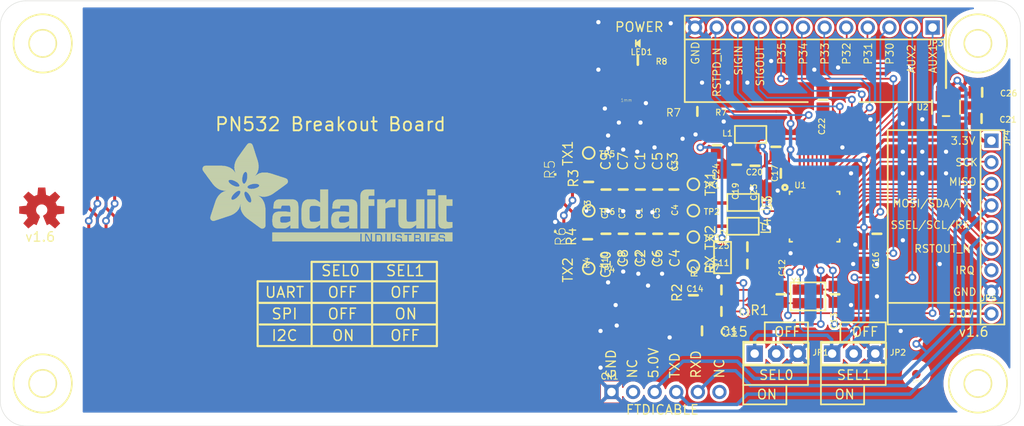
<source format=kicad_pcb>
(kicad_pcb (version 20221018) (generator pcbnew)
  (layers (0 "F.Cu" signal) (1 "In1.Cu" signal) (2 "In2.Cu" signal) (3 "In3.Cu" signal) (4 "In4.Cu" signal) (5 "In5.Cu" signal) (6 "In6.Cu" signal) (7 "In7.Cu" signal) (8 "In8.Cu" signal) (9 "In9.Cu" signal) (10 "In10.Cu" signal) (11 "In11.Cu" signal) (12 "In12.Cu" signal) (13 "In13.Cu" signal) (14 "In14.Cu" signal) (31 "B.Cu" signal) (34 "B.Paste" user) (35 "F.Paste" user) (36 "B.SilkS" user "B.Silkscreen") (37 "F.SilkS" user "F.Silkscreen") (38 "B.Mask" user) (39 "F.Mask" user) (44 "Edge.Cuts" user))
  (net 0 "")
  (net 1 "VDD")
  (net 2 "GND")
  (net 3 "N$1")
  (net 4 "N$2")
  (net 5 "N$3")
  (net 6 "N$7")
  (net 7 "N$8")
  (net 8 "N$10")
  (net 9 "N$11")
  (net 10 "N$9")
  (net 11 "N$12")
  (net 12 "SEL0")
  (net 13 "SEL1")
  (net 14 "AUX1")
  (net 15 "AUX2")
  (net 16 "P35")
  (net 17 "P30/UART_RX")
  (net 18 "IRQ")
  (net 19 "RSTOUT_N")
  (net 20 "NSS/SCL/RX")
  (net 21 "MOSI/SDA/TX")
  (net 22 "MISO")
  (net 23 "SCK")
  (net 24 "P31")
  (net 25 "P32")
  (net 26 "P33")
  (net 27 "P34/SIC_CLK")
  (net 28 "SIGOUT")
  (net 29 "SIGIN")
  (net 30 "RSTPD_N")
  (net 31 "TX1_ANTENNA")
  (net 32 "TX2_ANTENNA")
  (net 33 "N$4")
  (net 34 "N$5")
  (net 35 "N$13")
  (net 36 "N$14")
  (net 37 "N$6")
  (net 38 "+5.0V")
  (net 39 "N$15")
  (net 40 "VCC")
  (footprint "working:R0201" (layer "F.Cu") (at 153.7791 100.4126 90)
    (fp_text reference "R5")
    (fp_text value "NC")
  )
  (footprint "working:0805-NO" (layer "F.Cu") (at 159.7521 102.1946 -90)
    (fp_text reference "C9")
    (fp_text value "NC")
  )
  (footprint "working:0805-NO" (layer "F.Cu") (at 170.0351 114.6326 90)
    (fp_text reference "R2")
    (fp_text value "1.69K")
  )
  (footprint "working:TESTPOINT_ROUND_1MM" (layer "F.Cu") (at 157.7241 97.8906)
    (fp_text reference "TP5")
    (fp_text value "TX1_PRE")
  )
  (footprint "working:ADAFRUIT_TEXT_30MM" (layer "F.Cu") (at 112.0521 108.2866)
    (fp_text reference "U$1" hide)
    (fp_text value "" hide)
  )
  (footprint "working:0805-NO" (layer "F.Cu") (at 159.7521 107.3936 -90)
    (fp_text reference "C10")
    (fp_text value "NC")
  )
  (footprint "working:MOUNTINGHOLE_3.0" (layer "F.Cu") (at 93.5011 85.0036)
    (fp_text reference "U$6" hide)
    (fp_text value "" hide)
  )
  (footprint "working:0805-NO" (layer "F.Cu") (at 176.3851 108.9216 180)
    (fp_text reference "C25")
    (fp_text value "10µF")
  )
  (footprint "working:0805-NO" (layer "F.Cu") (at 173.3331 113.9976 180)
    (fp_text reference "C14")
    (fp_text value "0.1µF")
  )
  (footprint "working:0805-NO" (layer "F.Cu") (at 191.6251 107.3976 -90)
    (fp_text reference "C16")
    (fp_text value "0.1µF")
  )
  (footprint "working:0805-NO" (layer "F.Cu") (at 179.7431 97.1666 -90)
    (fp_text reference "C17")
    (fp_text value "0.1µF")
  )
  (footprint "working:FIDUCIAL-1X2.5" (layer "F.Cu") (at 161.9631 90.8876)
    (fp_text reference "FID1" hide)
    (fp_text value "FIDUCIAL1X2.5" hide)
  )
  (footprint "working:0805-NO" (layer "F.Cu") (at 176.3851 110.9536 180)
    (fp_text reference "C11")
    (fp_text value "0.1µF")
  )
  (footprint "working:0805-NO" (layer "F.Cu") (at 163.8081 102.1946 -90)
    (fp_text reference "C1")
    (fp_text value "22pF")
  )
  (footprint "working:0805-NO" (layer "F.Cu") (at 165.8361 102.1946 -90)
    (fp_text reference "C5")
    (fp_text value "NC")
  )
  (footprint "working:TESTPOINT_ROUND_1MM" (layer "F.Cu") (at 157.7281 104.6766)
    (fp_text reference "TP6")
    (fp_text value "TGND")
  )
  (footprint "working:0805-NO" (layer "F.Cu") (at 203.9311 93.8376)
    (fp_text reference "C21")
    (fp_text value "10µF")
  )
  (footprint "working:0805-NO" (layer "F.Cu") (at 172.8331 96.9836 -90)
    (fp_text reference "C24")
    (fp_text value "0.1µF")
  )
  (footprint "working:SOT23-5" (layer "F.Cu") (at 199.7511 92.5036 180)
    (fp_text reference "U2")
    (fp_text value "MIC5225-3.3V")
  )
  (footprint "working:R0201" (layer "F.Cu") (at 153.7791 107.1436 -90)
    (fp_text reference "R6")
    (fp_text value "NC")
  )
  (footprint "working:0805-NO" (layer "F.Cu") (at 165.8361 107.3936 -90)
    (fp_text reference "C6")
    (fp_text value "NC")
  )
  (footprint "working:OSHWLOGO_TOP_0.2" (layer "F.Cu") (at 93.3831 104.6036)
    (fp_text reference "U$50" hide)
    (fp_text value "" hide)
  )
  (footprint "working:1X01_ROUND" (layer "F.Cu") (at 205.0911 116.7956)
    (fp_text reference "JP5")
    (fp_text value "")
  )
  (footprint "working:TESTPOINT_ROUND_1MM" (layer "F.Cu") (at 170.0351 104.6766)
    (fp_text reference "TP2")
    (fp_text value "TGND")
  )
  (footprint "working:TESTPOINT_ROUND_1MM" (layer "F.Cu") (at 170.0351 101.5736)
    (fp_text reference "TP1")
    (fp_text value "TX1_POST")
  )
  (footprint "working:0805-NO" (layer "F.Cu") (at 163.8081 107.3936 -90)
    (fp_text reference "C2")
    (fp_text value "22pF")
  )
  (footprint "working:0805" (layer "F.Cu") (at 173.4641 110.1916 90)
    (fp_text reference "L2")
    (fp_text value "FERRITE")
  )
  (footprint "working:0805-NO" (layer "F.Cu") (at 161.7801 102.1946 -90)
    (fp_text reference "C7")
    (fp_text value "100pF")
  )
  (footprint "working:MOUNTINGHOLE_3.0" (layer "F.Cu") (at 93.5011 125.0036)
    (fp_text reference "U$36" hide)
    (fp_text value "" hide)
  )
  (footprint "working:0805-NO" (layer "F.Cu") (at 171.0511 118.8116)
    (fp_text reference "C15")
    (fp_text value "1000pF")
  )
  (footprint "working:0805-NO" (layer "F.Cu") (at 163.5011 87.0036)
    (fp_text reference "R8")
    (fp_text value "TBD")
  )
  (footprint "working:0805-NO" (layer "F.Cu") (at 185.2751 91.6496 -90)
    (fp_text reference "C22")
    (fp_text value "10µF")
  )
  (footprint "working:CHIPLED_0805_NOOUTLINE" (layer "F.Cu") (at 163.5011 85.0036 90)
    (fp_text reference "LED1")
    (fp_text value "GREEN")
  )
  (footprint "working:1X06_ROUND" (layer "F.Cu") (at 166.7511 126.0036)
    (fp_text reference "CN1")
    (fp_text value "FTDI")
  )
  (footprint "working:0805-NO" (layer "F.Cu") (at 177.2781 99.3966 -90)
    (fp_text reference "C23")
    (fp_text value "0.1µF")
  )
  (footprint "working:0805-NO" (layer "F.Cu") (at 161.7801 107.3936 -90)
    (fp_text reference "C8")
    (fp_text value "100pF")
  )
  (footprint "working:0805-NO" (layer "F.Cu") (at 175.1191 99.2696 -90)
    (fp_text reference "C19")
    (fp_text value "10µF")
  )
  (footprint "working:0805" (layer "F.Cu") (at 175.8771 103.7146)
    (fp_text reference "L3")
    (fp_text value "560nH")
  )
  (footprint "working:0805-NO" (layer "F.Cu") (at 167.7411 107.3936 90)
    (fp_text reference "C4")
    (fp_text value "220pF")
  )
  (footprint "working:0805" (layer "F.Cu") (at 175.8771 106.5086)
    (fp_text reference "L4")
    (fp_text value "560nH")
  )
  (footprint "working:0805-NO" (layer "F.Cu") (at 157.5971 108.0366 -90)
    (fp_text reference "R4")
    (fp_text value "1.5")
  )
  (footprint "working:1X12_ROUND" (layer "F.Cu") (at 184.2011 83.1376 180)
    (fp_text reference "JP3")
    (fp_text value "")
  )
  (footprint "working:0805-NO" (layer "F.Cu") (at 170.5011 93.0036)
    (fp_text reference "R7")
    (fp_text value "10K")
  )
  (footprint "working:FIDUCIAL-1X2.5" (layer "F.Cu") (at 196.2531 123.9076)
    (fp_text reference "FID2" hide)
    (fp_text value "FIDUCIAL1X2.5" hide)
  )
  (footprint "working:TESTPOINT_ROUND_1MM" (layer "F.Cu") (at 157.7241 111.4626)
    (fp_text reference "TP4")
    (fp_text value "TX2_PRE")
  )
  (footprint "working:0805-NO" (layer "F.Cu") (at 167.7411 102.1946 90)
    (fp_text reference "C3")
    (fp_text value "220pF")
  )
  (footprint "working:0805" (layer "F.Cu") (at 176.7661 95.7136 180)
    (fp_text reference "L1")
    (fp_text value "FERRITE")
  )
  (footprint "working:JUMPER3" (layer "F.Cu") (at 179.7811 121.4936)
    (fp_text reference "JP1")
    (fp_text value "SEL0")
  )
  (footprint "working:JUMPER3" (layer "F.Cu") (at 188.8911 121.4936)
    (fp_text reference "JP2")
    (fp_text value "SEL1")
  )
  (footprint "working:TESTPOINT_ROUND_1MM" (layer "F.Cu") (at 170.0351 107.7796)
    (fp_text reference "TP3")
    (fp_text value "TX2_POST")
  )
  (footprint "working:1X08_ROUND" (layer "F.Cu") (at 205.0911 105.3336 -90)
    (fp_text reference "JP4")
    (fp_text value "")
  )
  (footprint "working:MOUNTINGHOLE_3.0" (layer "F.Cu") (at 203.5011 85.0036)
    (fp_text reference "U$38" hide)
    (fp_text value "" hide)
  )
  (footprint "working:TESTPOINT_ROUND_1MM" (layer "F.Cu") (at 170.0351 111.2076)
    (fp_text reference "TP7")
    (fp_text value "RX")
  )
  (footprint "working:0805-NO" (layer "F.Cu") (at 157.7201 101.2976 -90)
    (fp_text reference "R3")
    (fp_text value "1.5")
  )
  (footprint "working:0805-NO" (layer "F.Cu") (at 173.3331 116.5296)
    (fp_text reference "R1")
    (fp_text value "1.0K")
  )
  (footprint "working:0805-NO" (layer "F.Cu") (at 204.0011 90.7536)
    (fp_text reference "C26")
    (fp_text value "10µF")
  )
  (footprint "working:HVQFN40-6X6" (layer "F.Cu") (at 184.2911 105.3836)
    (fp_text reference "U1")
    (fp_text value "PN532")
  )
  (footprint "working:MOUNTINGHOLE_3.0" (layer "F.Cu") (at 203.5011 125.0036)
    (fp_text reference "U$37" hide)
    (fp_text value "" hide)
  )
  (footprint "working:0805-NO" (layer "F.Cu") (at 180.3381 114.5136 90)
    (fp_text reference "C12")
    (fp_text value "33pF")
  )
  (footprint "working:CRYSTAL_3.2X2.5" (layer "F.Cu") (at 183.5131 114.7636)
    (fp_text reference "Y1")
    (fp_text value "27.12MHz")
  )
  (footprint "working:0805-NO" (layer "F.Cu") (at 180.3221 100.2856 180)
    (fp_text reference "C20")
    (fp_text value "0.1µF")
  )
  (footprint "working:0805-NO" (layer "F.Cu") (at 186.6881 114.5136 -90)
    (fp_text reference "C13")
    (fp_text value "33pF")
  )
  (gr_line (start 192.6571 125.1776) (end 190.1171 125.1776) (stroke (width 0.2032)) (layer "F.SilkS"))
  (gr_line (start 190.1171 125.1776) (end 185.0371 125.1776) (stroke (width 0.2032)) (layer "F.SilkS"))
  (gr_line (start 175.8931 122.8916) (end 183.5131 122.8916) (stroke (width 0.2032)) (layer "F.SilkS"))
  (gr_line (start 206.6111 118.0656) (end 206.6111 115.5256) (stroke (width 0.2032)) (layer "F.SilkS"))
  (gr_line (start 119.0371 118.0656) (end 139.8651 118.0656) (stroke (width 0.254)) (layer "F.SilkS"))
  (gr_line (start 175.8931 125.1776) (end 175.8931 127.4636) (stroke (width 0.2032)) (layer "F.SilkS"))
  (gr_line (start 132.2451 110.6996) (end 125.1331 110.6996) (stroke (width 0.254)) (layer "F.SilkS"))
  (gr_line (start 183.5131 117.8116) (end 178.4331 117.8116) (stroke (width 0.2032)) (layer "F.SilkS"))
  (gr_line (start 132.2451 110.6996) (end 132.2451 120.6056) (stroke (width 0.254)) (layer "F.SilkS"))
  (gr_line (start 199.7531 84.5376) (end 169.0191 84.5376) (stroke (width 0.2032)) (layer "F.SilkS"))
  (gr_line (start 185.0371 125.1776) (end 185.0371 127.4636) (stroke (width 0.2032)) (layer "F.SilkS"))
  (gr_line (start 118.7831 112.9856) (end 139.8651 112.9856) (stroke (width 0.254)) (layer "F.SilkS"))
  (gr_line (start 180.9731 127.4636) (end 180.9731 125.1776) (stroke (width 0.2032)) (layer "F.SilkS"))
  (gr_line (start 183.5131 125.1776) (end 183.5131 122.8916) (stroke (width 0.2032)) (layer "F.SilkS"))
  (gr_line (start 125.1331 110.6996) (end 125.1331 120.6056) (stroke (width 0.254)) (layer "F.SilkS"))
  (gr_line (start 203.8171 115.5256) (end 203.8171 118.0656) (stroke (width 0.2032)) (layer "F.SilkS"))
  (gr_line (start 192.8951 95.2056) (end 192.8951 115.5256) (stroke (width 0.2032)) (layer "F.SilkS"))
  (gr_line (start 180.9731 125.1776) (end 183.5131 125.1776) (stroke (width 0.2032)) (layer "F.SilkS"))
  (gr_line (start 169.0191 91.9036) (end 183.4971 91.9036) (stroke (width 0.2032)) (layer "F.SilkS"))
  (gr_line (start 183.5131 122.8916) (end 183.5131 120.0976) (stroke (width 0.2032)) (layer "F.SilkS"))
  (gr_line (start 187.3231 117.8116) (end 192.6571 117.8116) (stroke (width 0.2032)) (layer "F.SilkS"))
  (gr_line (start 169.0191 84.5376) (end 169.0191 91.9036) (stroke (width 0.2032)) (layer "F.SilkS"))
  (gr_line (start 203.8171 95.2056) (end 192.8951 95.2056) (stroke (width 0.2032)) (layer "F.SilkS"))
  (gr_line (start 139.8651 118.0656) (end 139.8651 115.5256) (stroke (width 0.254)) (layer "F.SilkS"))
  (gr_line (start 192.6571 117.8116) (end 192.6571 120.0976) (stroke (width 0.2032)) (layer "F.SilkS"))
  (gr_line (start 185.0371 122.8916) (end 192.6571 122.8916) (stroke (width 0.2032)) (layer "F.SilkS"))
  (gr_line (start 190.1171 127.4636) (end 190.1171 125.1776) (stroke (width 0.2032)) (layer "F.SilkS"))
  (gr_line (start 175.8931 127.4636) (end 180.9731 127.4636) (stroke (width 0.2032)) (layer "F.SilkS"))
  (gr_line (start 187.3231 120.0976) (end 192.6571 120.0976) (stroke (width 0.2032)) (layer "F.SilkS"))
  (gr_line (start 169.0191 84.5376) (end 169.0191 81.7436) (stroke (width 0.2032)) (layer "F.SilkS"))
  (gr_line (start 139.8651 120.6056) (end 139.8651 118.0656) (stroke (width 0.254)) (layer "F.SilkS"))
  (gr_line (start 192.8951 115.5256) (end 192.8951 118.0656) (stroke (width 0.2032)) (layer "F.SilkS"))
  (gr_line (start 198.0031 91.9036) (end 189.5931 91.9036) (stroke (width 0.2032)) (layer "F.SilkS"))
  (gr_line (start 132.2451 120.6056) (end 139.8651 120.6056) (stroke (width 0.254)) (layer "F.SilkS"))
  (gr_line (start 206.6111 115.5256) (end 206.6111 95.2056) (stroke (width 0.2032)) (layer "F.SilkS"))
  (gr_line (start 178.4331 117.8116) (end 178.4331 120.0976) (stroke (width 0.2032)) (layer "F.SilkS"))
  (gr_line (start 199.7511 84.5036) (end 199.7511 90.2536) (stroke (width 0.254)) (layer "F.SilkS"))
  (gr_line (start 203.8171 118.0656) (end 206.6111 118.0656) (stroke (width 0.2032)) (layer "F.SilkS"))
  (gr_line (start 175.8931 120.0976) (end 175.8931 122.8916) (stroke (width 0.2032)) (layer "F.SilkS"))
  (gr_line (start 175.8931 125.1776) (end 180.9731 125.1776) (stroke (width 0.2032)) (layer "F.SilkS"))
  (gr_line (start 125.1331 120.6056) (end 132.2451 120.6056) (stroke (width 0.254)) (layer "F.SilkS"))
  (gr_line (start 185.0371 125.1776) (end 185.0371 122.8916) (stroke (width 0.2032)) (layer "F.SilkS"))
  (gr_line (start 118.7831 120.6056) (end 125.1331 120.6056) (stroke (width 0.254)) (layer "F.SilkS"))
  (gr_line (start 192.6571 120.0976) (end 192.6571 122.8916) (stroke (width 0.2032)) (layer "F.SilkS"))
  (gr_line (start 185.0371 122.8916) (end 185.0371 120.0976) (stroke (width 0.2032)) (layer "F.SilkS"))
  (gr_line (start 118.7831 115.5256) (end 139.8651 115.5256) (stroke (width 0.254)) (layer "F.SilkS"))
  (gr_line (start 192.6571 122.8916) (end 192.6571 125.1776) (stroke (width 0.2032)) (layer "F.SilkS"))
  (gr_line (start 185.0371 120.0976) (end 187.3231 120.0976) (stroke (width 0.2032)) (layer "F.SilkS"))
  (gr_line (start 139.8651 115.5256) (end 139.8651 112.9856) (stroke (width 0.254)) (layer "F.SilkS"))
  (gr_line (start 199.7531 81.7436) (end 199.7531 84.5376) (stroke (width 0.2032)) (layer "F.SilkS"))
  (gr_line (start 118.7831 115.5256) (end 118.7831 120.6056) (stroke (width 0.254)) (layer "F.SilkS"))
  (gr_line (start 139.8651 110.6996) (end 132.2451 110.6996) (stroke (width 0.254)) (layer "F.SilkS"))
  (gr_line (start 187.3231 120.0976) (end 187.3231 117.8116) (stroke (width 0.2032)) (layer "F.SilkS"))
  (gr_line (start 203.8171 115.5256) (end 192.8951 115.5256) (stroke (width 0.2032)) (layer "F.SilkS"))
  (gr_line (start 183.5131 120.0976) (end 183.5131 117.8116) (stroke (width 0.2032)) (layer "F.SilkS"))
  (gr_line (start 183.5131 120.0976) (end 178.4331 120.0976) (stroke (width 0.2032)) (layer "F.SilkS"))
  (gr_line (start 203.8171 95.2056) (end 203.8171 115.5256) (stroke (width 0.2032)) (layer "F.SilkS"))
  (gr_line (start 169.0191 81.7436) (end 199.7531 81.7436) (stroke (width 0.2032)) (layer "F.SilkS"))
  (gr_line (start 175.8931 122.8916) (end 175.8931 125.1776) (stroke (width 0.2032)) (layer "F.SilkS"))
  (gr_line (start 118.7831 115.5256) (end 118.7831 112.9856) (stroke (width 0.254)) (layer "F.SilkS"))
  (gr_line (start 206.6111 115.5256) (end 203.8171 115.5256) (stroke (width 0.2032)) (layer "F.SilkS"))
  (gr_line (start 178.4331 120.0976) (end 175.8931 120.0976) (stroke (width 0.2032)) (layer "F.SilkS"))
  (gr_line (start 139.8651 112.9856) (end 139.8651 110.6996) (stroke (width 0.254)) (layer "F.SilkS"))
  (gr_line (start 185.0371 127.4636) (end 190.1171 127.4636) (stroke (width 0.2032)) (layer "F.SilkS"))
  (gr_line (start 206.6111 95.2056) (end 203.8171 95.2056) (stroke (width 0.2032)) (layer "F.SilkS"))
  (gr_line (start 192.8951 118.0656) (end 203.8171 118.0656) (stroke (width 0.2032)) (layer "F.SilkS"))
  (gr_line (start 91.5011 130.0036) (end 205.5011 130.0036) (stroke (width 0.05)) (layer "Edge.Cuts"))
  (gr_line (start 208.5011 127.0036) (end 208.5011 83.0036) (stroke (width 0.05)) (layer "Edge.Cuts"))
  (gr_line (start 205.5011 80.0036) (end 91.5011 80.0036) (stroke (width 0.05)) (layer "Edge.Cuts"))
  (gr_arc (start 208.5011 127.0036) (mid 207.62242 129.12492) (end 205.5011 130.0036) (stroke (width 0.05)) (layer "Edge.Cuts"))
  (gr_line (start 88.5011 83.0036) (end 88.5011 127.0036) (stroke (width 0.05)) (layer "Edge.Cuts"))
  (gr_arc (start 205.5011 80.0036) (mid 207.62242 80.88228) (end 208.5011 83.0036) (stroke (width 0.05)) (layer "Edge.Cuts"))
  (gr_arc (start 91.5011 130.0036) (mid 89.37978 129.12492) (end 88.5011 127.0036) (stroke (width 0.05)) (layer "Edge.Cuts"))
  (gr_arc (start 88.5011 83.0036) (mid 89.37978 80.88228) (end 91.5011 80.0036) (stroke (width 0.05)) (layer "Edge.Cuts"))
  (gr_text "SEL0" (at 126.1491 112.4776) (layer "F.SilkS") (effects (font (size 1.251712 1.251712) (thickness 0.170688)) (justify left bottom)))
  (gr_text "R4" (at 156.3311 108.9256 90) (layer "F.SilkS") (effects (font (size 1.1176 1.1176) (thickness 0.1524)) (justify left bottom)))
  (gr_text "SSEL/SCL/RX" (at 193.1491 106.8896) (layer "F.SilkS") (effects (font (size 0.89408 0.89408) (thickness 0.12192)) (justify left bottom)))
  (gr_text "MOSI/SDA/TX" (at 193.4031 104.3496) (layer "F.SilkS") (effects (font (size 0.89408 0.89408) (thickness 0.12192)) (justify left bottom)))
  (gr_text "L4" (at 179.2351 107.5806 90) (layer "F.SilkS") (effects (font (size 1.1176 1.1176) (thickness 0.1524)) (justify left bottom)))
  (gr_text "R3" (at 156.5811 102.0596 90) (layer "F.SilkS") (effects (font (size 1.1176 1.1176) (thickness 0.1524)) (justify left bottom)))
  (gr_text "ON" (at 186.5611 126.9556) (layer "F.SilkS") (effects (font (size 1.1176 1.1176) (thickness 0.1524)) (justify left bottom)))
  (gr_text "GND" (at 161.0051 124.5036 90) (layer "F.SilkS") (effects (font (size 1.1176 1.1176) (thickness 0.1524)) (justify left bottom)))
  (gr_text "TXD" (at 168.5011 124.5036 90) (layer "F.SilkS") (effects (font (size 1.1176 1.1176) (thickness 0.1524)) (justify left bottom)))
  (gr_text "OFF" (at 126.9111 115.0176) (layer "F.SilkS") (effects (font (size 1.251712 1.251712) (thickness 0.170688)) (justify left bottom)))
  (gr_text "TX1" (at 155.9231 99.5236 90) (layer "F.SilkS") (effects (font (size 1.1176 1.1176) (thickness 0.1524)) (justify left bottom)))
  (gr_text "UART" (at 119.5451 115.0176) (layer "F.SilkS") (effects (font (size 1.251712 1.251712) (thickness 0.170688)) (justify left bottom)))
  (gr_text "ON" (at 134.7851 117.5576) (layer "F.SilkS") (effects (font (size 1.251712 1.251712) (thickness 0.170688)) (justify left bottom)))
  (gr_text "P35" (at 180.9571 87.5856 90) (layer "F.SilkS") (effects (font (size 0.89408 0.89408) (thickness 0.12192)) (justify left bottom)))
  (gr_text "TX1" (at 172.6871 103.0796 90) (layer "F.SilkS") (effects (font (size 1.1176 1.1176) (thickness 0.1524)) (justify left bottom)))
  (gr_text "5.0V" (at 166.0051 124.5036 90) (layer "F.SilkS") (effects (font (size 1.1176 1.1176) (thickness 0.1524)) (justify left bottom)))
  (gr_text "AUX2" (at 196.1971 88.6016 90) (layer "F.SilkS") (effects (font (size 0.89408 0.89408) (thickness 0.12192)) (justify left bottom)))
  (gr_text "OFF" (at 134.2771 120.0976) (layer "F.SilkS") (effects (font (size 1.251712 1.251712) (thickness 0.170688)) (justify left bottom)))
  (gr_text "POWER" (at 160.7211 83.7336) (layer "F.SilkS") (effects (font (size 1.1176 1.1176) (thickness 0.1524)) (justify left bottom)))
  (gr_text "IRQ" (at 200.7691 112.2236) (layer "F.SilkS") (effects (font (size 0.89408 0.89408) (thickness 0.12192)) (justify left bottom)))
  (gr_text "C3" (at 168.2491 100.0396 90) (layer "F.SilkS") (effects (font (size 1.1176 1.1176) (thickness 0.1524)) (justify left bottom)))
  (gr_text "P31" (at 191.1171 87.5856 90) (layer "F.SilkS") (effects (font (size 0.89408 0.89408) (thickness 0.12192)) (justify left bottom)))
  (gr_text "GND" (at 170.7971 87.5856 90) (layer "F.SilkS") (effects (font (size 0.89408 0.89408) (thickness 0.12192)) (justify left bottom)))
  (gr_text "RXD" (at 171.0011 124.5036 90) (layer "F.SilkS") (effects (font (size 1.1176 1.1176) (thickness 0.1524)) (justify left bottom)))
  (gr_text "NC" (at 163.5051 124.5036 90) (layer "F.SilkS") (effects (font (size 1.1176 1.1176) (thickness 0.1524)) (justify left bottom)))
  (gr_text "5.0V" (at 200.0071 117.3036) (layer "F.SilkS") (effects (font (size 0.89408 0.89408) (thickness 0.12192)) (justify left bottom)))
  (gr_text "RSTPD_N" (at 173.3371 91.3956 90) (layer "F.SilkS") (effects (font (size 0.89408 0.89408) (thickness 0.12192)) (justify left bottom)))
  (gr_text "P30" (at 193.6571 87.5856 90) (layer "F.SilkS") (effects (font (size 0.89408 0.89408) (thickness 0.12192)) (justify left bottom)))
  (gr_text "P34" (at 183.4971 87.5856 90) (layer "F.SilkS") (effects (font (size 0.89408 0.89408) (thickness 0.12192)) (justify left bottom)))
  (gr_text "C6" (at 166.4711 111.4576 90) (layer "F.SilkS") (effects (font (size 1.1176 1.1176) (thickness 0.1524)) (justify left bottom)))
  (gr_text "3.3V" (at 200.2251 96.9836) (layer "F.SilkS") (effects (font (size 0.89408 0.89408) (thickness 0.12192)) (justify left bottom)))
  (gr_text "SIGIN" (at 175.8771 88.8556 90) (layer "F.SilkS") (effects (font (size 0.89408 0.89408) (thickness 0.12192)) (justify left bottom)))
  (gr_text "SPI" (at 120.3071 117.5576) (layer "F.SilkS") (effects (font (size 1.251712 1.251712) (thickness 0.170688)) (justify left bottom)))
  (gr_text "PN532 Breakout Board" (at 113.6471 95.4356) (layer "F.SilkS") (effects (font (size 1.56464 1.56464) (thickness 0.21336)) (justify left bottom)))
  (gr_text "AUX1" (at 198.7371 88.6016 90) (layer "F.SilkS") (effects (font (size 0.89408 0.89408) (thickness 0.12192)) (justify left bottom)))
  (gr_text "v1.6" (at 201.1501 119.5896) (layer "F.SilkS") (effects (font (size 1.1176 1.1176) (thickness 0.1524)) (justify left bottom)))
  (gr_text "SEL1" (at 186.8151 124.6696) (layer "F.SilkS") (effects (font (size 1.1176 1.1176) (thickness 0.1524)) (justify left bottom)))
  (gr_text "R1" (at 176.6311 117.0416) (layer "F.SilkS") (effects (font (size 1.1176 1.1176) (thickness 0.1524)) (justify left bottom)))
  (gr_text "R2" (at 168.7691 115.5216 90) (layer "F.SilkS") (effects (font (size 1.1176 1.1176) (thickness 0.1524)) (justify left bottom)))
  (gr_text "ON" (at 177.4171 126.9556) (layer "F.SilkS") (effects (font (size 1.1176 1.1176) (thickness 0.1524)) (justify left bottom)))
  (gr_text "C10" (at 160.3871 112.7236 90) (layer "F.SilkS") (effects (font (size 1.1176 1.1176) (thickness 0.1524)) (justify left bottom)))
  (gr_text "SIGOUT" (at 178.4171 90.1256 90) (layer "F.SilkS") (effects (font (size 0.89408 0.89408) (thickness 0.12192)) (justify left bottom)))
  (gr_text "R7" (at 166.7371 93.6776) (layer "F.SilkS") (effects (font (size 0.89408 0.89408) (thickness 0.12192)) (justify left bottom)))
  (gr_text "OFF" (at 134.2771 115.0176) (layer "F.SilkS") (effects (font (size 1.251712 1.251712) (thickness 0.170688)) (justify left bottom)))
  (gr_text "v1.6" (at 91.3511 108.4136) (layer "F.SilkS") (effects (font (size 1.1176 1.1176) (thickness 0.1524)) (justify left bottom)))
  (gr_text "SEL0" (at 177.6711 124.6696) (layer "F.SilkS") (effects (font (size 1.1176 1.1176) (thickness 0.1524)) (justify left bottom)))
  (gr_text "C1" (at 164.4391 100.0396 90) (layer "F.SilkS") (effects (font (size 1.1176 1.1176) (thickness 0.1524)) (justify left bottom)))
  (gr_text "I2C" (at 120.3071 120.0976) (layer "F.SilkS") (effects (font (size 1.251712 1.251712) (thickness 0.170688)) (justify left bottom)))
  (gr_text "C2" (at 164.4431 111.4576 90) (layer "F.SilkS") (effects (font (size 1.1176 1.1176) (thickness 0.1524)) (justify left bottom)))
  (gr_text "C5" (at 166.4711 100.0396 90) (layer "F.SilkS") (effects (font (size 1.1176 1.1176) (thickness 0.1524)) (justify left bottom)))
  (gr_text "RX" (at 172.6871 112.2236 90) (layer "F.SilkS") (effects (font (size 1.1176 1.1176) (thickness 0.1524)) (justify left bottom)))
  (gr_text "P32" (at 188.5771 87.5856 90) (layer "F.SilkS") (effects (font (size 0.89408 0.89408) (thickness 0.12192)) (justify left bottom)))
  (gr_text "SEL1" (at 133.7691 112.4776) (layer "F.SilkS") (effects (font (size 1.251712 1.251712) (thickness 0.170688)) (justify left bottom)))
  (gr_text "MISO" (at 200.0071 101.8096) (layer "F.SilkS") (effects (font (size 0.89408 0.89408) (thickness 0.12192)) (justify left bottom)))
  (gr_text "SCK" (at 200.7691 99.5236) (layer "F.SilkS") (effects (font (size 0.89408 0.89408) (thickness 0.12192)) (justify left bottom)))
  (gr_text "C8" (at 162.4151 111.4576 90) (layer "F.SilkS") (effects (font (size 1.1176 1.1176) (thickness 0.1524)) (justify left bottom)))
  (gr_text "FTDICABLE" (at 162.0011 128.7536) (layer "F.SilkS") (effects (font (size 1.1176 1.1176) (thickness 0.1524)) (justify left bottom)))
  (gr_text "GND" (at 200.5151 114.7636) (layer "F.SilkS") (effects (font (size 0.89408 0.89408) (thickness 0.12192)) (justify left bottom)))
  (gr_text "TX2" (at 172.6871 109.4296 90) (layer "F.SilkS") (effects (font (size 1.1176 1.1176) (thickness 0.1524)) (justify left bottom)))
  (gr_text "C15" (at 173.0831 119.5736) (layer "F.SilkS") (effects (font (size 1.1176 1.1176) (thickness 0.1524)) (justify left bottom)))
  (gr_text "NC" (at 173.7551 124.5036 90) (layer "F.SilkS") (effects (font (size 1.1176 1.1176) (thickness 0.1524)) (justify left bottom)))
  (gr_text "TX2" (at 155.9231 113.2396 90) (layer "F.SilkS") (effects (font (size 1.1176 1.1176) (thickness 0.1524)) (justify left bottom)))
  (gr_text "L3" (at 179.3621 104.9136 90) (layer "F.SilkS") (effects (font (size 1.1176 1.1176) (thickness 0.1524)) (justify left bottom)))
  (gr_text "C7" (at 162.4151 100.0396 90) (layer "F.SilkS") (effects (font (size 1.1176 1.1176) (thickness 0.1524)) (justify left bottom)))
  (gr_text "C4" (at 168.4991 111.4576 90) (layer "F.SilkS") (effects (font (size 1.1176 1.1176) (thickness 0.1524)) (justify left bottom)))
  (gr_text "P33" (at 186.0371 87.5856 90) (layer "F.SilkS") (effects (font (size 0.89408 0.89408) (thickness 0.12192)) (justify left bottom)))
  (gr_text "ON" (at 127.4191 120.0976) (layer "F.SilkS") (effects (font (size 1.251712 1.251712) (thickness 0.170688)) (justify left bottom)))
  (gr_text "OFF" (at 126.9111 117.5576) (layer "F.SilkS") (effects (font (size 1.251712 1.251712) (thickness 0.170688)) (justify left bottom)))
  (gr_text "OFF" (at 179.4491 119.5896) (layer "F.SilkS") (effects (font (size 1.1176 1.1176) (thickness 0.1524)) (justify left bottom)))
  (gr_text "C9" (at 160.3871 100.0396 90) (layer "F.SilkS") (effects (font (size 1.1176 1.1176) (thickness 0.1524)) (justify left bottom)))
  (gr_text "OFF" (at 188.5931 119.5896) (layer "F.SilkS") (effects (font (size 1.1176 1.1176) (thickness 0.1524)) (justify left bottom)))
  (gr_text "RSTOUT_N" (at 195.9431 109.6836) (layer "F.SilkS") (effects (font (size 0.89408 0.89408) (thickness 0.12192)) (justify left bottom)))
  (segment (start 202.8571 95.2056) (end 204.0951 96.4436) (width 0.4064) (layer "F.Cu") (net 1))
  (segment (start 190.1011 98.7108) (end 192.4383 96.3736) (width 0.4064) (layer "F.Cu") (net 1))
  (segment (start 204.0951 96.4436) (end 205.0911 96.4436) (width 0.4064) (layer "F.Cu") (net 1))
  (segment (start 190.1031 106.6336) (end 191.5391 106.6336) (width 0.2032) (layer "F.Cu") (net 1))
  (segment (start 181.2721 100.2856) (end 181.2721 97.6846) (width 0.254) (layer "F.Cu") (net 1))
  (segment (start 202.9811 93.8376) (end 202.965 93.8537) (width 0.4064) (layer "F.Cu") (net 1))
  (segment (start 181.5971 102.3936) (end 181.5211 102.3176) (width 0.2032) (layer "F.Cu") (net 1))
  (segment (start 181.0971 93.0036) (end 181.5211 93.4276) (width 0.3048) (layer "F.Cu") (net 1))
  (segment (start 192.4383 96.3736) (end 200.1311 96.3736) (width 0.4064) (layer "F.Cu") (net 1))
  (segment (start 200.7011 93.8037) (end 202.9472 93.8037) (width 0.4064) (layer "F.Cu") (net 1))
  (segment (start 202.9811 93.8376) (end 202.9811 94.3336) (width 0.4064) (layer "F.Cu") (net 1))
  (segment (start 202.8571 93.9616) (end 202.8571 95.2056) (width 0.4064) (layer "F.Cu") (net 1))
  (segment (start 181.5211 93.4276) (end 181.5211 94.3876) (width 0.3048) (layer "F.Cu") (net 1))
  (segment (start 171.2511 94.0036) (end 170.7511 94.5036) (width 0.4064) (layer "F.Cu") (net 1))
  (segment (start 179.7711 93.0036) (end 181.0971 93.0036) (width 0.3048) (layer "F.Cu") (net 1))
  (segment (start 191.5391 106.6336) (end 191.6251 106.4476) (width 0.2032) (layer "F.Cu") (net 1))
  (segment (start 181.5211 100.7986) (end 181.2721 100.2856) (width 0.2032) (layer "F.Cu") (net 1))
  (segment (start 182.0411 102.3936) (end 181.5971 102.3936) (width 0.2032) (layer "F.Cu") (net 1))
  (segment (start 170.7511 94.5036) (end 166.7511 94.5036) (width 0.4064) (layer "F.Cu") (net 1))
  (segment (start 165.2511 85.0036) (end 164.5511 85.0036) (width 0.4064) (layer "F.Cu") (net 1))
  (segment (start 166.0011 85.7536) (end 165.2511 85.0036) (width 0.4064) (layer "F.Cu") (net 1))
  (segment (start 171.4511 93.0036) (end 171.2511 93.1036) (width 0.4064) (layer "F.Cu") (net 1))
  (segment (start 202.9472 93.8037) (end 202.9811 93.8376) (width 0.4064) (layer "F.Cu") (net 1))
  (segment (start 181.5211 94.3876) (end 181.4651 94.4436) (width 0.3048) (layer "F.Cu") (net 1))
  (segment (start 166.7511 94.5036) (end 166.0011 93.7536) (width 0.4064) (layer "F.Cu") (net 1))
  (segment (start 179.7711 93.0036) (end 171.4511 93.0036) (width 0.3048) (layer "F.Cu") (net 1))
  (segment (start 181.2721 97.6846) (end 181.4651 97.4916) (width 0.254) (layer "F.Cu") (net 1))
  (segment (start 190.0991 106.6336) (end 187.2811 106.6336) (width 0.2032) (layer "F.Cu") (net 1))
  (segment (start 190.1011 106.6356) (end 190.0991 106.6336) (width 0.2032) (layer "F.Cu") (net 1))
  (segment (start 202.9811 93.8376) (end 202.8571 93.9616) (width 0.4064) (layer "F.Cu") (net 1))
  (segment (start 190.1011 106.6356) (end 190.1031 106.6336) (width 0.2032) (layer "F.Cu") (net 1))
  (segment (start 166.0011 93.7536) (end 166.0011 85.7536) (width 0.4064) (layer "F.Cu") (net 1))
  (segment (start 200.7511 95.7536) (end 200.7511 93.8537) (width 0.4064) (layer "F.Cu") (net 1))
  (segment (start 181.5211 102.3176) (end 181.5211 100.7986) (width 0.2032) (layer "F.Cu") (net 1))
  (segment (start 171.2511 93.1036) (end 171.2511 94.0036) (width 0.4064) (layer "F.Cu") (net 1))
  (segment (start 200.1311 96.3736) (end 200.7511 95.7536) (width 0.4064) (layer "F.Cu") (net 1))
  (segment (start 200.7511 93.8537) (end 200.7011 93.8037) (width 0.4064) (layer "F.Cu") (net 1))
  (via (at 181.4651 97.4916) (size 0.9064) (drill 0.5) (layers "F.Cu" "B.Cu") (net 1))
  (via (at 190.1011 106.6356) (size 0.9064) (drill 0.5) (layers "F.Cu" "B.Cu") (net 1))
  (via (at 181.4651 94.4436) (size 0.9064) (drill 0.5) (layers "F.Cu" "B.Cu") (net 1))
  (via (at 190.1011 98.7108) (size 0.9064) (drill 0.5) (layers "F.Cu" "B.Cu") (net 1))
  (segment (start 186.2911 121.4336) (end 186.3511 121.4936) (width 0.2032) (layer "B.Cu") (net 1))
  (segment (start 190.1011 98.7108) (end 190.0503 98.7616) (width 0.4064) (layer "B.Cu") (net 1))
  (segment (start 185.7831 119.3356) (end 186.2911 119.8436) (width 0.4064) (layer "B.Cu") (net 1))
  (segment (start 181.9341 98.7616) (end 181.4651 98.2926) (width 0.4064) (layer "B.Cu") (net 1))
  (segment (start 190.1011 106.6356) (end 190.1011 98.7108) (width 0.4064) (layer "B.Cu") (net 1))
  (segment (start 181.4651 98.2926) (end 181.4651 97.4916) (width 0.254) (layer "B.Cu") (net 1))
  (segment (start 186.2911 119.8436) (end 186.2911 121.4336) (width 0.4064) (layer "B.Cu") (net 1))
  (segment (start 177.2411 119.7496) (end 177.6551 119.3356) (width 0.4064) (layer "B.Cu") (net 1))
  (segment (start 177.2411 121.4936) (end 177.2411 119.7496) (width 0.4064) (layer "B.Cu") (net 1))
  (segment (start 177.6551 119.3356) (end 185.7831 119.3356) (width 0.4064) (layer "B.Cu") (net 1))
  (segment (start 190.0503 98.7616) (end 181.9341 98.7616) (width 0.4064) (layer "B.Cu") (net 1))
  (segment (start 181.4651 98.2926) (end 181.4651 97.4916) (width 0.4064) (layer "B.Cu") (net 1))
  (segment (start 181.4651 97.4916) (end 181.4651 94.4436) (width 0.4064) (layer "B.Cu") (net 1))
  (segment (start 186.3511 121.4936) (end 190.1011 117.7436) (width 0.4064) (layer "B.Cu") (net 1))
  (segment (start 190.1011 117.7436) (end 190.1011 106.6356) (width 0.4064) (layer "B.Cu") (net 1))
  (segment (start 187.3071 110.6996) (end 186.2403 110.6996) (width 0.2032) (layer "F.Cu") (net 2))
  (segment (start 183.2371 106.1336) (end 183.2431 106.1276) (width 0.2032) (layer "F.Cu") (net 2))
  (segment (start 175.4351 108.9216) (end 176.7051 107.6516) (width 0.2032) (layer "F.Cu") (net 2))
  (segment (start 172.3831 113.9976) (end 171.9401 113.4546) (width 0.2032) (layer "F.Cu") (net 2))
  (segment (start 187.5611 115.5256) (end 188.0691 115.0176) (width 0.2032) (layer "F.Cu") (net 2))
  (segment (start 153.7791 107.7786) (end 153.7791 106.8886) (width 0.4064) (layer "F.Cu") (net 2))
  (segment (start 178.1631 106.6356) (end 178.6711 106.1276) (width 0.2032) (layer "F.Cu") (net 2))
  (segment (start 171.9401 113.4546) (end 172.9561 112.4776) (width 0.2032) (layer "F.Cu") (net 2))
  (segment (start 185.5411 108.3736) (end 185.5411 106.6336) (width 0.2032) (layer "F.Cu") (net 2))
  (segment (start 159.7521 106.4436) (end 159.7521 103.1446) (width 0.4064) (layer "F.Cu") (net 2))
  (segment (start 180.2341 102.5344) (end 180.8333 103.1336) (width 0.2032) (layer "F.Cu") (net 2))
  (segment (start 182.7351 104.0956) (end 182.7351 103.5876) (width 0.2032) (layer "F.Cu") (net 2))
  (segment (start 179.3721 100.2856) (end 179.3721 101.8706) (width 0.2032) (layer "F.Cu") (net 2))
  (segment (start 188.0691 115.0176) (end 188.0691 111.4616) (width 0.2032) (layer "F.Cu") (net 2))
  (segment (start 182.6971 104.1336) (end 182.7351 104.0956) (width 0.2032) (layer "F.Cu") (net 2))
  (segment (start 181.3011 104.1336) (end 180.8173 104.1336) (width 0.2032) (layer "F.Cu") (net 2))
  (segment (start 185.5411 106.6336) (end 184.2911 105.3836) (width 0.2032) (layer "F.Cu") (net 2))
  (segment (start 153.7791 106.8886) (end 153.7791 106.0006) (width 0.3556) (layer "F.Cu") (net 2))
  (segment (start 182.0411 109.1076) (end 182.0411 108.3736) (width 0.2032) (layer "F.Cu") (net 2))
  (segment (start 182.6971 104.1336) (end 182.6971 104.1336) (width 0.2032) (layer "F.Cu") (net 2))
  (segment (start 180.8333 103.1336) (end 181.3011 103.1336) (width 0.2032) (layer "F.Cu") (net 2))
  (segment (start 179.9411 103.2574) (end 179.9411 102.3176) (width 0.2032) (layer "F.Cu") (net 2))
  (segment (start 157.7281 104.6766) (end 161.7801 104.6766) (width 0.2032) (layer "F.Cu") (net 2))
  (segment (start 178.6771 106.1336) (end 181.3011 106.1336) (width 0.2032) (layer "F.Cu") (net 2))
  (segment (start 181.3011 106.1336) (end 183.2371 106.1336) (width 0.2032) (layer "F.Cu") (net 2))
  (segment (start 161.7801 104.6766) (end 170.0351 104.6766) (width 0.2032) (layer "F.Cu") (net 2))
  (segment (start 177.6551 107.6516) (end 178.1631 107.1436) (width 0.2032) (layer "F.Cu") (net 2))
  (segment (start 176.7051 107.6516) (end 177.6551 107.6516) (width 0.2032) (layer "F.Cu") (net 2))
  (segment (start 182.7351 103.5876) (end 182.4811 103.5876) (width 0.2032) (layer "F.Cu") (net 2))
  (segment (start 186.6881 115.4636) (end 187.0301 115.5256) (width 0.2032) (layer "F.Cu") (net 2))
  (segment (start 161.7801 104.6766) (end 161.7801 103.1446) (width 0.4064) (layer "F.Cu") (net 2))
  (segment (start 153.7791 106.0006) (end 153.7791 100.1576) (width 0.3556) (layer "F.Cu") (net 2))
  (segment (start 187.0301 115.5256) (end 187.5611 115.5256) (width 0.2032) (layer "F.Cu") (net 2))
  (segment (start 161.7801 104.6766) (end 161.7801 106.4436) (width 0.4064) (layer "F.Cu") (net 2))
  (segment (start 180.2341 102.5344) (end 180.1579 102.5344) (width 0.2032) (layer "F.Cu") (net 2))
  (segment (start 179.3721 101.8706) (end 179.9411 102.3176) (width 0.2032) (layer "F.Cu") (net 2))
  (segment (start 186.2403 110.6996) (end 185.5411 110.0004) (width 0.2032) (layer "F.Cu") (net 2))
  (segment (start 178.6711 106.1276) (end 178.6771 106.1336) (width 0.2032) (layer "F.Cu") (net 2))
  (segment (start 180.8173 104.1336) (end 179.9411 103.2574) (width 0.2032) (layer "F.Cu") (net 2))
  (segment (start 185.5411 110.0004) (end 185.5411 108.3736) (width 0.2032) (layer "F.Cu") (net 2))
  (segment (start 181.4651 109.6836) (end 182.0411 109.1076) (width 0.2032) (layer "F.Cu") (net 2))
  (segment (start 188.0691 111.4616) (end 187.3071 110.6996) (width 0.2032) (layer "F.Cu") (net 2))
  (segment (start 178.1631 107.1436) (end 178.1631 106.6356) (width 0.2032) (layer "F.Cu") (net 2))
  (segment (start 181.3011 104.1336) (end 182.6971 104.1336) (width 0.2032) (layer "F.Cu") (net 2))
  (segment (start 180.1579 102.5344) (end 179.9411 102.3176) (width 0.2032) (layer "F.Cu") (net 2))
  (via (at 164.4471 92.0306) (size 0.9064) (drill 0.5) (layers "F.Cu" "B.Cu") (net 2))
  (via (at 189.0851 108.6676) (size 0.9064) (drill 0.5) (layers "F.Cu" "B.Cu") (net 2))
  (via (at 168.7651 96.2216) (size 0.9064) (drill 0.5) (layers "F.Cu" "B.Cu") (net 2))
  (via (at 165.4631 97.2416) (size 0.9064) (drill 0.5) (layers "F.Cu" "B.Cu") (net 2))
  (via (at 176.8931 102.0636) (size 0.9064) (drill 0.5) (layers "F.Cu" "B.Cu") (net 2))
  (via (at 190.8631 93.9356) (size 0.9064) (drill 0.5) (layers "F.Cu" "B.Cu") (net 2))
  (via (at 188.8311 110.9536) (size 0.9064) (drill 0.5) (layers "F.Cu" "B.Cu") (net 2))
  (via (at 194.6731 97.7456) (size 0.9064) (drill 0.5) (layers "F.Cu" "B.Cu") (net 2))
  (via (at 159.1131 118.8276) (size 0.9064) (drill 0.5) (layers "F.Cu" "B.Cu") (net 2))
  (via (at 159.6211 92.6656) (size 0.9064) (drill 0.5) (layers "F.Cu" "B.Cu") (net 2))
  (via (at 172.9561 112.4776) (size 0.9064) (drill 0.5) (layers "F.Cu" "B.Cu") (net 2))
  (via (at 176.3851 89.6176) (size 0.9064) (drill 0.5) (layers "F.Cu" "B.Cu") (net 2))
  (via (at 161.2721 94.3166) (size 0.9064) (drill 0.5) (layers "F.Cu" "B.Cu") (net 2))
  (via (at 191.6251 110.9536) (size 0.9064) (drill 0.5) (layers "F.Cu" "B.Cu") (net 2))
  (via (at 161.7801 111.8426) (size 0.9064) (drill 0.5) (layers "F.Cu" "B.Cu") (net 2))
  (via (at 199.7531 100.2856) (size 0.9064) (drill 0.5) (layers "F.Cu" "B.Cu") (net 2))
  (via (at 194.6731 100.2856) (size 0.9064) (drill 0.5) (layers "F.Cu" "B.Cu") (net 2))
  (via (at 196.9591 93.9356) (size 0.9064) (drill 0.5) (layers "F.Cu" "B.Cu") (net 2))
  (via (at 174.3531 96.8646) (size 0.9064) (drill 0.5) (layers "F.Cu" "B.Cu") (net 2))
  (via (at 163.5581 112.0966) (size 0.9064) (drill 0.5) (layers "F.Cu" "B.Cu") (net 2))
  (via (at 179.9411 102.3176) (size 0.9064) (drill 0.5) (layers "F.Cu" "B.Cu") (net 2))
  (via (at 194.6731 108.1596) (size 0.9064) (drill 0.5) (layers "F.Cu" "B.Cu") (net 2))
  (via (at 159.1131 123.1456) (size 0.9064) (drill 0.5) (layers "F.Cu" "B.Cu") (net 2))
  (via (at 163.5581 104.8576) (size 0.9064) (drill 0.5) (layers "F.Cu" "B.Cu") (net 2))
  (via (at 167.3681 82.6326) (size 0.9064) (drill 0.5) (layers "F.Cu" "B.Cu") (net 2))
  (via (at 178.9251 106.6356) (size 0.9064) (drill 0.5) (layers "F.Cu" "B.Cu") (net 2))
  (via (at 163.4311 97.7456) (size 0.9064) (drill 0.5) (layers "F.Cu" "B.Cu") (net 2))
  (via (at 160.0021 95.8406) (size 0.9064) (drill 0.5) (layers "F.Cu" "B.Cu") (net 2))
  (via (at 161.7801 104.7306) (size 0.9064) (drill 0.5) (layers "F.Cu" "B.Cu") (net 2))
  (via (at 161.0181 118.1926) (size 0.9064) (drill 0.5) (layers "F.Cu" "B.Cu") (net 2))
  (via (at 187.0531 87.8396) (size 0.9064) (drill 0.5) (layers "F.Cu" "B.Cu") (net 2))
  (via (at 165.2091 104.8576) (size 0.9064) (drill 0.5) (layers "F.Cu" "B.Cu") (net 2))
  (via (at 181.4651 109.6836) (size 0.9064) (drill 0.5) (layers "F.Cu" "B.Cu") (net 2))
  (via (at 158.8591 88.0936) (size 0.9064) (drill 0.5) (layers "F.Cu" "B.Cu") (net 2))
  (via (at 194.4191 118.8276) (size 0.9064) (drill 0.5) (layers "F.Cu" "B.Cu") (net 2))
  (via (at 174.0991 89.6176) (size 0.9064) (drill 0.5) (layers "F.Cu" "B.Cu") (net 2))
  (via (at 184.2591 88.0936) (size 0.9064) (drill 0.5) (layers "F.Cu" "B.Cu") (net 2))
  (via (at 160.0021 104.7306) (size 0.9064) (drill 0.5) (layers "F.Cu" "B.Cu") (net 2))
  (via (at 187.5611 97.2376) (size 0.9064) (drill 0.5) (layers "F.Cu" "B.Cu") (net 2))
  (via (at 163.8121 94.3166) (size 0.9064) (drill 0.5) (layers "F.Cu" "B.Cu") (net 2))
  (via (at 199.7531 97.7456) (size 0.9064) (drill 0.5) (layers "F.Cu" "B.Cu") (net 2))
  (via (at 191.6251 114.7636) (size 0.9064) (drill 0.5) (layers "F.Cu" "B.Cu") (net 2))
  (via (at 167.2411 119.5896) (size 0.9064) (drill 0.5) (layers "F.Cu" "B.Cu") (net 2))
  (via (at 170.2891 95.7136) (size 0.9064) (drill 0.5) (layers "F.Cu" "B.Cu") (net 2))
  (via (at 199.0071 110.9536) (size 0.9064) (drill 0.5) (layers "F.Cu" "B.Cu") (net 2))
  (via (at 173.6031 94.1976) (size 0.9064) (drill 0.5) (layers "F.Cu" "B.Cu") (net 2))
  (via (at 158.8591 82.5056) (size 0.9064) (drill 0.5) (layers "F.Cu" "B.Cu") (net 2))
  (via (at 160.0021 97.3686) (size 0.9064) (drill 0.5) (layers "F.Cu" "B.Cu") (net 2))
  (via (at 160.8911 115.7796) (size 0.9064) (drill 0.5) (layers "F.Cu" "B.Cu") (net 2))
  (via (at 166.3521 112.0966) (size 0.9064) (drill 0.5) (layers "F.Cu" "B.Cu") (net 2))
  (via (at 171.0511 89.6176) (size 0.9064) (drill 0.5) (layers "F.Cu" "B.Cu") (net 2))
  (via (at 196.9591 100.2856) (size 0.9064) (drill 0.5) (layers "F.Cu" "B.Cu") (net 2))
  (via (at 153.7791 106.0006) (size 0.9064) (drill 0.5) (layers "F.Cu" "B.Cu") (net 2))
  (via (at 196.9591 97.7456) (size 0.9064) (drill 0.5) (layers "F.Cu" "B.Cu") (net 2))
  (via (at 160.0021 113.1126) (size 0.9064) (drill 0.5) (layers "F.Cu" "B.Cu") (net 2))
  (via (at 194.6731 94.4436) (size 0.9064) (drill 0.5) (layers "F.Cu" "B.Cu") (net 2))
  (via (at 157.4621 104.7306) (size 0.8064) (drill 0.4) (layers "F.Cu" "B.Cu") (net 2))
  (via (at 188.5771 115.7796) (size 0.9064) (drill 0.5) (layers "F.Cu" "B.Cu") (net 2))
  (via (at 188.5771 100.2856) (size 0.9064) (drill 0.5) (layers "F.Cu" "B.Cu") (net 2))
  (via (at 179.1791 87.0776) (size 0.9064) (drill 0.5) (layers "F.Cu" "B.Cu") (net 2))
  (via (at 161.7801 97.4916) (size 0.9064) (drill 0.5) (layers "F.Cu" "B.Cu") (net 2))
  (via (at 164.7011 113.4936) (size 0.9064) (drill 0.5) (layers "F.Cu" "B.Cu") (net 2))
  (segment (start 153.7791 106.0006) (end 153.7791 104.8576) (width 0.4064) (layer "B.Cu") (net 2))
  (segment (start 180.4791 104.6336) (end 179.5601 103.7146) (width 0.2032) (layer "F.Cu") (net 3))
  (segment (start 181.3011 104.6336) (end 180.4791 104.6336) (width 0.2032) (layer "F.Cu") (net 3))
  (segment (start 179.5601 103.7146) (end 176.8271 103.7146) (width 0.2032) (layer "F.Cu") (net 3))
  (segment (start 177.4011 106.3816) (end 178.1491 105.6336) (width 0.2032) (layer "F.Cu") (net 4))
  (segment (start 178.1491 105.6336) (end 181.3011 105.6336) (width 0.2032) (layer "F.Cu") (net 4))
  (segment (start 176.8271 106.5086) (end 177.4011 106.3816) (width 0.2032) (layer "F.Cu") (net 4))
  (segment (start 163.8081 103.1446) (end 167.7411 103.1446) (width 0.4064) (layer "F.Cu") (net 5))
  (segment (start 168.3841 103.2066) (end 169.4841 102.1066) (width 0.4064) (layer "F.Cu") (net 5))
  (segment (start 174.8611 103.7756) (end 174.9271 103.7146) (width 0.2032) (layer "F.Cu") (net 5))
  (segment (start 163.8081 103.1446) (end 165.8361 103.1446) (width 0.2032) (layer "F.Cu") (net 5))
  (segment (start 170.1621 102.3176) (end 171.1781 102.3176) (width 0.4064) (layer "F.Cu") (net 5))
  (segment (start 171.1781 102.3176) (end 172.6361 103.7756) (width 0.4064) (layer "F.Cu") (net 5))
  (segment (start 167.7411 103.1446) (end 167.3291 103.2066) (width 0.4064) (layer "F.Cu") (net 5))
  (segment (start 169.4841 102.1066) (end 170.0351 102.1066) (width 0.2032) (layer "F.Cu") (net 5))
  (segment (start 172.6361 103.7756) (end 174.8611 103.7756) (width 0.4064) (layer "F.Cu") (net 5))
  (segment (start 167.3291 103.2066) (end 168.3841 103.2066) (width 0.4064) (layer "F.Cu") (net 5))
  (segment (start 170.0351 102.1066) (end 170.0351 102.1906) (width 0.2032) (layer "F.Cu") (net 5))
  (segment (start 169.4841 102.1066) (end 169.4841 101.6166) (width 0.4064) (layer "F.Cu") (net 5))
  (segment (start 170.0351 102.1906) (end 170.1621 102.3176) (width 0.4064) (layer "F.Cu") (net 5))
  (segment (start 169.4841 101.6166) (end 170.0351 101.5736) (width 0.4064) (layer "F.Cu") (net 5))
  (segment (start 182.4131 115.5636) (end 182.4511 115.5256) (width 0.2032) (layer "F.Cu") (net 6))
  (segment (start 180.1341 115.5636) (end 182.4131 115.5636) (width 0.2032) (layer "F.Cu") (net 6))
  (segment (start 183.1321 115.5256) (end 183.5411 115.1166) (width 0.2032) (layer "F.Cu") (net 6))
  (segment (start 183.5411 115.1166) (end 183.5411 108.3736) (width 0.2032) (layer "F.Cu") (net 6))
  (segment (start 182.4511 115.5256) (end 183.1321 115.5256) (width 0.2032) (layer "F.Cu") (net 6))
  (segment (start 180.3381 115.4636) (end 180.1341 115.5636) (width 0.2032) (layer "F.Cu") (net 6))
  (segment (start 184.6131 113.9636) (end 186.8921 113.9636) (width 0.2032) (layer "F.Cu") (net 7))
  (segment (start 184.0411 113.3916) (end 184.6131 113.9636) (width 0.2032) (layer "F.Cu") (net 7))
  (segment (start 186.8921 113.9636) (end 186.6881 113.5636) (width 0.2032) (layer "F.Cu") (net 7))
  (segment (start 184.0411 113.3916) (end 184.0411 108.3736) (width 0.2032) (layer "F.Cu") (net 7))
  (segment (start 174.2831 113.9976) (end 174.3531 113.7476) (width 0.2032) (layer "F.Cu") (net 8))
  (segment (start 174.8499 113.1808) (end 174.2831 113.9976) (width 0.2032) (layer "F.Cu") (net 8))
  (segment (start 179.9411 107.6516) (end 180.4591 107.1336) (width 0.2032) (layer "F.Cu") (net 8))
  (segment (start 174.2831 116.5296) (end 175.8945 116.5296) (width 0.2032) (layer "F.Cu") (net 8))
  (segment (start 176.6431 113.9976) (end 179.9411 110.6996) (width 0.2032) (layer "F.Cu") (net 8))
  (segment (start 179.9411 110.6996) (end 179.9411 107.6516) (width 0.2032) (layer "F.Cu") (net 8))
  (segment (start 174.2831 113.9976) (end 176.6431 113.9976) (width 0.2032) (layer "F.Cu") (net 8))
  (segment (start 180.4591 107.1336) (end 181.3011 107.1336) (width 0.2032) (layer "F.Cu") (net 8))
  (segment (start 175.9199 113.1808) (end 174.8499 113.1808) (width 0.2032) (layer "F.Cu") (net 8))
  (via (at 175.8945 116.5296) (size 0.9064) (drill 0.5) (layers "F.Cu" "B.Cu") (net 8))
  (via (at 175.9199 113.1808) (size 0.9064) (drill 0.5) (layers "F.Cu" "B.Cu") (net 8))
  (segment (start 175.9199 115.7542) (end 175.9199 113.1808) (width 0.2032) (layer "B.Cu") (net 8))
  (segment (start 175.8945 116.5296) (end 175.9199 115.7542) (width 0.2032) (layer "B.Cu") (net 8))
  (segment (start 180.7211 107.6336) (end 181.3011 107.6336) (width 0.2032) (layer "F.Cu") (net 9))
  (segment (start 172.3831 118.4296) (end 172.3831 116.5296) (width 0.2032) (layer "F.Cu") (net 9))
  (segment (start 172.3211 115.7796) (end 172.8371 115.2636) (width 0.2032) (layer "F.Cu") (net 9))
  (segment (start 172.3831 116.5296) (end 172.3211 115.7796) (width 0.2032) (layer "F.Cu") (net 9))
  (segment (start 172.0011 118.8116) (end 172.3831 118.4296) (width 0.2032) (layer "F.Cu") (net 9))
  (segment (start 180.4491 107.9056) (end 180.7211 107.6336) (width 0.2032) (layer "F.Cu") (net 9))
  (segment (start 172.8371 115.2636) (end 176.1391 115.2636) (width 0.2032) (layer "F.Cu") (net 9))
  (segment (start 176.1391 115.2636) (end 180.4491 110.9536) (width 0.2032) (layer "F.Cu") (net 9))
  (segment (start 180.4491 110.9536) (end 180.4491 107.9056) (width 0.2032) (layer "F.Cu") (net 9))
  (segment (start 170.0351 117.7456) (end 170.0351 115.5826) (width 0.254) (layer "F.Cu") (net 10))
  (segment (start 170.1011 118.8116) (end 170.0351 117.7456) (width 0.254) (layer "F.Cu") (net 10))
  (segment (start 174.9271 106.5086) (end 174.8611 106.4476) (width 0.2032) (layer "F.Cu") (net 11))
  (segment (start 167.0751 106.6316) (end 167.7411 106.4436) (width 0.4064) (layer "F.Cu") (net 11))
  (segment (start 170.0351 107.7796) (end 170.0361 107.3986) (width 0.4064) (layer "F.Cu") (net 11))
  (segment (start 170.7971 107.2706) (end 171.5591 106.5086) (width 0.4064) (layer "F.Cu") (net 11))
  (segment (start 170.0351 107.7796) (end 170.5441 107.2706) (width 0.4064) (layer "F.Cu") (net 11))
  (segment (start 170.0351 111.2076) (end 170.0351 107.7796) (width 0.2032) (layer "F.Cu") (net 11))
  (segment (start 170.0361 107.3986) (end 168.5111 106.3816) (width 0.4064) (layer "F.Cu") (net 11))
  (segment (start 167.7411 106.4436) (end 165.8361 106.4436) (width 0.4064) (layer "F.Cu") (net 11))
  (segment (start 171.5591 106.5086) (end 174.9271 106.5086) (width 0.4064) (layer "F.Cu") (net 11))
  (segment (start 170.0351 113.6826) (end 170.0351 111.2076) (width 0.254) (layer "F.Cu") (net 11))
  (segment (start 168.5111 106.3816) (end 167.0751 106.6316) (width 0.4064) (layer "F.Cu") (net 11))
  (segment (start 165.8361 106.4436) (end 163.8081 106.4436) (width 0.4064) (layer "F.Cu") (net 11))
  (segment (start 170.5441 107.2706) (end 170.7971 107.2706) (width 0.4064) (layer "F.Cu") (net 11))
  (segment (start 179.7811 121.4936) (end 179.7379 121.4504) (width 0.2032) (layer "F.Cu") (net 12))
  (segment (start 179.7379 121.4504) (end 179.7379 118.6244) (width 0.2032) (layer "F.Cu") (net 12))
  (segment (start 184.5411 111.2356) (end 184.5411 108.3736) (width 0.2032) (layer "F.Cu") (net 12))
  (segment (start 179.7379 118.6244) (end 180.3475 118.0148) (width 0.2032) (layer "F.Cu") (net 12))
  (segment (start 185.0211 111.7156) (end 184.5411 111.2356) (width 0.2032) (layer "F.Cu") (net 12))
  (segment (start 180.3475 118.0148) (end 185.0211 118.0148) (width 0.2032) (layer "F.Cu") (net 12))
  (via (at 185.0211 111.7156) (size 0.9064) (drill 0.5) (layers "F.Cu" "B.Cu") (net 12))
  (via (at 185.0211 118.0148) (size 0.9064) (drill 0.5) (layers "F.Cu" "B.Cu") (net 12))
  (segment (start 185.0211 118.0148) (end 185.0211 111.7156) (width 0.2032) (layer "B.Cu") (net 12))
  (segment (start 188.8819 118.6244) (end 188.2723 118.0148) (width 0.2032) (layer "F.Cu") (net 13))
  (segment (start 188.2723 118.0148) (end 186.6467 118.0148) (width 0.2032) (layer "F.Cu") (net 13))
  (segment (start 188.8911 121.4936) (end 188.8819 121.4844) (width 0.2032) (layer "F.Cu") (net 13))
  (segment (start 186.4435 111.7156) (end 185.0411 110.3132) (width 0.2032) (layer "F.Cu") (net 13))
  (segment (start 185.0411 110.3132) (end 185.0411 108.3736) (width 0.2032) (layer "F.Cu") (net 13))
  (segment (start 188.8819 121.4844) (end 188.8819 118.6244) (width 0.2032) (layer "F.Cu") (net 13))
  (via (at 186.6467 118.0148) (size 0.9064) (drill 0.5) (layers "F.Cu" "B.Cu") (net 13))
  (via (at 186.4435 111.7156) (size 0.9064) (drill 0.5) (layers "F.Cu" "B.Cu") (net 13))
  (segment (start 186.4435 117.8116) (end 186.4435 111.7156) (width 0.2032) (layer "B.Cu") (net 13))
  (segment (start 186.6467 118.0148) (end 186.4435 117.8116) (width 0.2032) (layer "B.Cu") (net 13))
  (segment (start 181.4215 116.7376) (end 198.1711 116.7376) (width 0.2032) (layer "F.Cu") (net 14))
  (segment (start 181.3635 111.9188) (end 181.5667 111.7156) (width 0.2032) (layer "F.Cu") (net 14))
  (segment (start 181.1603 116.9988) (end 181.4215 116.7376) (width 0.2032) (layer "F.Cu") (net 14))
  (segment (start 182.5411 110.7412) (end 182.5411 108.3736) (width 0.2032) (layer "F.Cu") (net 14))
  (segment (start 181.3635 111.9188) (end 182.5411 110.7412) (width 0.2032) (layer "F.Cu") (net 14))
  (via (at 198.1711 116.7376) (size 0.9064) (drill 0.5) (layers "F.Cu" "B.Cu") (net 14))
  (via (at 181.1603 116.9988) (size 0.9064) (drill 0.5) (layers "F.Cu" "B.Cu") (net 14))
  (via (at 181.3635 111.9188) (size 0.9064) (drill 0.5) (layers "F.Cu" "B.Cu") (net 14))
  (segment (start 181.1603 112.122) (end 181.3635 111.9188) (width 0.2032) (layer "B.Cu") (net 14))
  (segment (start 198.1711 116.7376) (end 198.1711 83.1376) (width 0.2032) (layer "B.Cu") (net 14))
  (segment (start 181.1603 116.9988) (end 181.1603 112.122) (width 0.2032) (layer "B.Cu") (net 14))
  (segment (start 198.1711 116.7376) (end 198.2291 116.7956) (width 0.2032) (layer "B.Cu") (net 14))
  (segment (start 188.9835 112.5284) (end 195.7907 112.5284) (width 0.2032) (layer "F.Cu") (net 15))
  (segment (start 182.5827 111.9188) (end 183.0411 111.4604) (width 0.2032) (layer "F.Cu") (net 15))
  (segment (start 183.0411 111.4604) (end 183.0411 108.3736) (width 0.2032) (layer "F.Cu") (net 15))
  (via (at 188.9835 112.5284) (size 0.9064) (drill 0.5) (layers "F.Cu" "B.Cu") (net 15))
  (via (at 195.7907 112.5284) (size 0.9064) (drill 0.5) (layers "F.Cu" "B.Cu") (net 15))
  (via (at 182.5827 111.9188) (size 0.9064) (drill 0.5) (layers "F.Cu" "B.Cu") (net 15))
  (segment (start 189.4915 117.6084) (end 189.4915 113.0364) (width 0.2032) (layer "B.Cu") (net 15))
  (segment (start 182.9891 118.8276) (end 188.2723 118.8276) (width 0.2032) (layer "B.Cu") (net 15))
  (segment (start 182.5827 118.4212) (end 182.5827 111.9188) (width 0.2032) (layer "B.Cu") (net 15))
  (segment (start 182.9891 118.8276) (end 182.5827 118.4212) (width 0.2032) (layer "B.Cu") (net 15))
  (segment (start 195.7907 83.2972) (end 195.6311 83.1376) (width 0.2032) (layer "B.Cu") (net 15))
  (segment (start 195.7907 112.5284) (end 195.7907 83.2972) (width 0.2032) (layer "B.Cu") (net 15))
  (segment (start 188.2723 118.8276) (end 189.4915 117.6084) (width 0.2032) (layer "B.Cu") (net 15))
  (segment (start 189.4915 113.0364) (end 188.9835 112.5284) (width 0.2032) (layer "B.Cu") (net 15))
  (segment (start 186.4435 109.6836) (end 193.5555 109.6836) (width 0.2032) (layer "F.Cu") (net 16))
  (segment (start 186.0411 108.3736) (end 186.0411 109.2812) (width 0.2032) (layer "F.Cu") (net 16))
  (segment (start 186.0411 109.2812) (end 186.4435 109.6836) (width 0.2032) (layer "F.Cu") (net 16))
  (segment (start 193.5555 89.1604) (end 180.3475 89.1604) (width 0.2032) (layer "F.Cu") (net 16))
  (via (at 180.3475 89.1604) (size 0.9064) (drill 0.5) (layers "F.Cu" "B.Cu") (net 16))
  (via (at 193.5555 89.1604) (size 0.9064) (drill 0.5) (layers "F.Cu" "B.Cu") (net 16))
  (via (at 193.5555 109.6836) (size 0.9064) (drill 0.5) (layers "F.Cu" "B.Cu") (net 16))
  (segment (start 193.5555 109.6836) (end 193.5555 89.1604) (width 0.2032) (layer "B.Cu") (net 16))
  (segment (start 180.3475 89.1604) (end 180.3475 83.1812) (width 0.2032) (layer "B.Cu") (net 16))
  (segment (start 180.3475 83.1812) (end 180.3911 83.1376) (width 0.2032) (layer "B.Cu") (net 16))
  (segment (start 191.4219 105.4164) (end 192.0315 104.8068) (width 0.2032) (layer "F.Cu") (net 17))
  (segment (start 190.1011 105.4164) (end 191.4219 105.4164) (width 0.2032) (layer "F.Cu") (net 17))
  (segment (start 189.3839 106.1336) (end 190.1011 105.4164) (width 0.2032) (layer "F.Cu") (net 17))
  (segment (start 187.2811 106.1336) (end 189.3839 106.1336) (width 0.2032) (layer "F.Cu") (net 17))
  (via (at 192.0315 104.8068) (size 0.9064) (drill 0.5) (layers "F.Cu" "B.Cu") (net 17))
  (segment (start 192.0315 84.1972) (end 193.0911 83.1376) (width 0.2032) (layer "B.Cu") (net 17))
  (segment (start 192.0315 104.8068) (end 192.0315 84.1972) (width 0.2032) (layer "B.Cu") (net 17))
  (segment (start 188.2583 105.6336) (end 190.5075 103.3844) (width 0.2032) (layer "F.Cu") (net 18))
  (segment (start 190.5075 103.3844) (end 196.7919 103.3844) (width 0.2032) (layer "F.Cu") (net 18))
  (segment (start 196.7919 103.3844) (end 205.0911 111.6836) (width 0.2032) (layer "F.Cu") (net 18))
  (segment (start 187.2811 105.6336) (end 188.2583 105.6336) (width 0.2032) (layer "F.Cu") (net 18))
  (segment (start 188.1487 105.1336) (end 190.3043 102.978) (width 0.2032) (layer "F.Cu") (net 19))
  (segment (start 187.2811 105.1336) (end 188.1487 105.1336) (width 0.2032) (layer "F.Cu") (net 19))
  (segment (start 190.3043 102.978) (end 198.9255 102.978) (width 0.2032) (layer "F.Cu") (net 19))
  (segment (start 198.9255 102.978) (end 205.0911 109.1436) (width 0.2032) (layer "F.Cu") (net 19))
  (segment (start 188.0391 104.6336) (end 187.2811 104.6336) (width 0.2032) (layer "F.Cu") (net 20))
  (segment (start 190.1011 102.5716) (end 188.0391 104.6336) (width 0.2032) (layer "F.Cu") (net 20))
  (segment (start 205.0911 106.6036) (end 201.0591 102.5716) (width 0.2032) (layer "F.Cu") (net 20))
  (segment (start 201.0591 102.5716) (end 190.1011 102.5716) (width 0.2032) (layer "F.Cu") (net 20))
  (segment (start 168.0211 126.0036) (end 169.4811 127.4636) (width 0.4064) (layer "B.Cu") (net 20))
  (segment (start 176.3811 126.2536) (end 195.5011 126.2536) (width 0.4064) (layer "B.Cu") (net 20))
  (segment (start 202.7511 108.9436) (end 205.0911 106.6036) (width 0.4064) (layer "B.Cu") (net 20))
  (segment (start 169.4811 127.4636) (end 175.1711 127.4636) (width 0.4064) (layer "B.Cu") (net 20))
  (segment (start 202.7511 119.0036) (end 202.7511 108.9436) (width 0.4064) (layer "B.Cu") (net 20))
  (segment (start 175.1711 127.4636) (end 176.3811 126.2536) (width 0.4064) (layer "B.Cu") (net 20))
  (segment (start 195.5011 126.2536) (end 202.7511 119.0036) (width 0.4064) (layer "B.Cu") (net 20))
  (segment (start 187.9295 104.1336) (end 187.2811 104.1336) (width 0.2032) (layer "F.Cu") (net 21))
  (segment (start 189.8979 102.1652) (end 187.9295 104.1336) (width 0.2032) (layer "F.Cu") (net 21))
  (segment (start 203.1927 102.1652) (end 189.8979 102.1652) (width 0.2032) (layer "F.Cu") (net 21))
  (segment (start 205.0911 104.0636) (end 203.1927 102.1652) (width 0.2032) (layer "F.Cu") (net 21))
  (segment (start 175.0011 123.5036) (end 176.7511 125.2536) (width 0.4064) (layer "B.Cu") (net 21))
  (segment (start 195.0011 125.2536) (end 201.7511 118.5036) (width 0.4064) (layer "B.Cu") (net 21))
  (segment (start 170.5611 126.0036) (end 173.0611 123.5036) (width 0.4064) (layer "B.Cu") (net 21))
  (segment (start 176.7511 125.2536) (end 195.0011 125.2536) (width 0.4064) (layer "B.Cu") (net 21))
  (segment (start 201.7511 118.5036) (end 201.7511 107.4036) (width 0.4064) (layer "B.Cu") (net 21))
  (segment (start 201.7511 107.4036) (end 205.0911 104.0636) (width 0.4064) (layer "B.Cu") (net 21))
  (segment (start 173.0611 123.5036) (end 175.0011 123.5036) (width 0.4064) (layer "B.Cu") (net 21))
  (segment (start 187.8199 103.6336) (end 189.8979 101.5556) (width 0.2032) (layer "F.Cu") (net 22))
  (segment (start 189.8979 101.5556) (end 205.0591 101.5556) (width 0.2032) (layer "F.Cu") (net 22))
  (segment (start 205.0591 101.5556) (end 205.0911 101.5236) (width 0.2032) (layer "F.Cu") (net 22))
  (segment (start 187.2811 103.6336) (end 187.8199 103.6336) (width 0.2032) (layer "F.Cu") (net 22))
  (segment (start 205.0215 98.914) (end 205.0911 98.9836) (width 0.2032) (layer "F.Cu") (net 23))
  (segment (start 191.9299 98.914) (end 205.0215 98.914) (width 0.2032) (layer "F.Cu") (net 23))
  (segment (start 187.7103 103.1336) (end 191.9299 98.914) (width 0.2032) (layer "F.Cu") (net 23))
  (segment (start 187.2811 103.1336) (end 187.7103 103.1336) (width 0.2032) (layer "F.Cu") (net 23))
  (segment (start 190.5075 86.5188) (end 190.5075 83.1812) (width 0.2032) (layer "F.Cu") (net 24))
  (segment (start 186.5411 100.8484) (end 195.5875 91.802) (width 0.2032) (layer "F.Cu") (net 24))
  (segment (start 186.5411 102.3936) (end 186.5411 100.8484) (width 0.2032) (layer "F.Cu") (net 24))
  (segment (start 195.5875 88.3476) (end 194.5715 87.3316) (width 0.2032) (layer "F.Cu") (net 24))
  (segment (start 190.5075 83.1812) (end 190.5511 83.1376) (width 0.2032) (layer "F.Cu") (net 24))
  (segment (start 195.5875 91.802) (end 195.5875 88.3476) (width 0.2032) (layer "F.Cu") (net 24))
  (segment (start 191.3203 87.3316) (end 190.5075 86.5188) (width 0.2032) (layer "F.Cu") (net 24))
  (segment (start 194.5715 87.3316) (end 191.3203 87.3316) (width 0.2032) (layer "F.Cu") (net 24))
  (segment (start 194.1651 87.9412) (end 189.0851 87.9412) (width 0.2032) (layer "F.Cu") (net 25))
  (segment (start 194.7747 88.5508) (end 194.1651 87.9412) (width 0.2032) (layer "F.Cu") (net 25))
  (segment (start 188.0691 86.9252) (end 188.0691 83.1956) (width 0.2032) (layer "F.Cu") (net 25))
  (segment (start 194.7747 91.802) (end 194.7747 88.5508) (width 0.2032) (layer "F.Cu") (net 25))
  (segment (start 186.0411 100.5356) (end 194.7747 91.802) (width 0.2032) (layer "F.Cu") (net 25))
  (segment (start 189.0851 87.9412) (end 188.0691 86.9252) (width 0.2032) (layer "F.Cu") (net 25))
  (segment (start 188.0691 83.1956) (end 188.0111 83.1376) (width 0.2032) (layer "F.Cu") (net 25))
  (segment (start 186.0411 102.3936) (end 186.0411 100.5356) (width 0.2032) (layer "F.Cu") (net 25))
  (segment (start 185.5411 97.7844) (end 190.7615 92.564) (width 0.2032) (layer "F.Cu") (net 26))
  (segment (start 185.5411 102.3936) (end 185.5411 97.7844) (width 0.2032) (layer "F.Cu") (net 26))
  (via (at 190.7615 92.564) (size 0.9064) (drill 0.5) (layers "F.Cu" "B.Cu") (net 26))
  (segment (start 190.7615 92.564) (end 190.7615 90.1764) (width 0.2032) (layer "B.Cu") (net 26))
  (segment (start 185.4275 83.1812) (end 185.4711 83.1376) (width 0.2032) (layer "B.Cu") (net 26))
  (segment (start 190.7615 90.1764) (end 189.7455 89.1604) (width 0.2032) (layer "B.Cu") (net 26))
  (segment (start 186.2403 89.1604) (end 185.4275 88.3476) (width 0.2032) (layer "B.Cu") (net 26))
  (segment (start 185.4275 88.3476) (end 185.4275 83.1812) (width 0.2032) (layer "B.Cu") (net 26))
  (segment (start 189.7455 89.1604) (end 186.2403 89.1604) (width 0.2032) (layer "B.Cu") (net 26))
  (segment (start 185.0411 102.3936) (end 185.0411 97.2684) (width 0.2032) (layer "F.Cu") (net 27))
  (segment (start 185.0411 97.2684) (end 189.8471 92.4624) (width 0.2032) (layer "F.Cu") (net 27))
  (segment (start 189.8471 92.4624) (end 189.8471 90.9892) (width 0.2032) (layer "F.Cu") (net 27))
  (via (at 189.8471 90.9892) (size 0.9064) (drill 0.5) (layers "F.Cu" "B.Cu") (net 27))
  (segment (start 182.7859 83.2828) (end 182.9311 83.1376) (width 0.2032) (layer "B.Cu") (net 27))
  (segment (start 189.8471 90.9892) (end 189.4407 90.5828) (width 0.2032) (layer "B.Cu") (net 27))
  (segment (start 184.0051 90.5828) (end 182.7859 89.3636) (width 0.2032) (layer "B.Cu") (net 27))
  (segment (start 189.4407 90.5828) (end 184.0051 90.5828) (width 0.2032) (layer "B.Cu") (net 27))
  (segment (start 182.7859 89.3636) (end 182.7859 83.2828) (width 0.2032) (layer "B.Cu") (net 27))
  (segment (start 184.5411 102.3936) (end 184.5411 96.9556) (width 0.2032) (layer "F.Cu") (net 28))
  (segment (start 184.5411 96.9556) (end 188.6787 92.818) (width 0.2032) (layer "F.Cu") (net 28))
  (segment (start 188.6787 92.818) (end 188.6787 91.5988) (width 0.2032) (layer "F.Cu") (net 28))
  (via (at 188.6787 91.5988) (size 0.9064) (drill 0.5) (layers "F.Cu" "B.Cu") (net 28))
  (segment (start 177.7059 90.3796) (end 177.7059 83.2828) (width 0.2032) (layer "B.Cu") (net 28))
  (segment (start 188.4755 91.3956) (end 178.7219 91.3956) (width 0.2032) (layer "B.Cu") (net 28))
  (segment (start 177.7059 83.2828) (end 177.8511 83.1376) (width 0.2032) (layer "B.Cu") (net 28))
  (segment (start 178.7219 91.3956) (end 177.7059 90.3796) (width 0.2032) (layer "B.Cu") (net 28))
  (segment (start 188.6787 91.5988) (end 188.4755 91.3956) (width 0.2032) (layer "B.Cu") (net 28))
  (segment (start 184.0411 102.3936) (end 184.0411 96.4396) (width 0.2032) (layer "F.Cu") (net 29))
  (segment (start 187.2563 93.2244) (end 187.2563 92.4116) (width 0.2032) (layer "F.Cu") (net 29))
  (segment (start 184.0411 96.4396) (end 187.2563 93.2244) (width 0.2032) (layer "F.Cu") (net 29))
  (via (at 187.2563 92.4116) (size 0.9064) (drill 0.5) (layers "F.Cu" "B.Cu") (net 29))
  (segment (start 176.8931 92.4116) (end 175.2675 90.786) (width 0.2032) (layer "B.Cu") (net 29))
  (segment (start 175.2675 90.786) (end 175.2675 83.1812) (width 0.2032) (layer "B.Cu") (net 29))
  (segment (start 175.2675 83.1812) (end 175.3111 83.1376) (width 0.2032) (layer "B.Cu") (net 29))
  (segment (start 187.2563 92.4116) (end 176.8931 92.4116) (width 0.2032) (layer "B.Cu") (net 29))
  (segment (start 183.5987 93.4276) (end 183.0411 93.9852) (width 0.2032) (layer "F.Cu") (net 30))
  (segment (start 169.6511 86.2576) (end 172.7711 83.1376) (width 0.3048) (layer "F.Cu") (net 30))
  (segment (start 169.5511 93.0036) (end 169.6511 86.2576) (width 0.3048) (layer "F.Cu") (net 30))
  (segment (start 183.0411 93.9852) (end 183.0411 102.3936) (width 0.2032) (layer "F.Cu") (net 30))
  (via (at 183.5987 93.4276) (size 0.9064) (drill 0.5) (layers "F.Cu" "B.Cu") (net 30))
  (segment (start 172.6259 83.2828) (end 172.6259 91.1924) (width 0.2032) (layer "B.Cu") (net 30))
  (segment (start 172.7711 83.1376) (end 172.6259 83.2828) (width 0.2032) (layer "B.Cu") (net 30))
  (segment (start 172.6259 91.1924) (end 174.8611 93.4276) (width 0.2032) (layer "B.Cu") (net 30))
  (segment (start 174.8611 93.4276) (end 183.5987 93.4276) (width 0.2032) (layer "B.Cu") (net 30))
  (segment (start 159.6991 101.6476) (end 159.7521 101.2446) (width 0.4064) (layer "F.Cu") (net 31))
  (segment (start 157.7201 102.2476) (end 157.7261 102.2536) (width 0.4064) (layer "F.Cu") (net 31))
  (segment (start 159.7521 101.2446) (end 161.7801 101.2446) (width 0.2032) (layer "F.Cu") (net 31))
  (segment (start 159.1071 101.6476) (end 159.6991 101.6476) (width 0.4064) (layer "F.Cu") (net 31))
  (segment (start 157.7261 102.2536) (end 158.5011 102.2536) (width 0.4064) (layer "F.Cu") (net 31))
  (segment (start 163.8081 101.2446) (end 165.8361 101.2446) (width 0.2032) (layer "F.Cu") (net 31))
  (segment (start 161.7801 101.2446) (end 163.8081 101.2446) (width 0.2032) (layer "F.Cu") (net 31))
  (segment (start 158.5011 102.2536) (end 159.1071 101.6476) (width 0.4064) (layer "F.Cu") (net 31))
  (segment (start 161.7801 108.3436) (end 163.8081 108.3436) (width 0.2032) (layer "F.Cu") (net 32))
  (segment (start 163.8081 108.3436) (end 165.8361 108.3436) (width 0.2032) (layer "F.Cu") (net 32))
  (segment (start 159.3411 108.3436) (end 159.7521 108.3436) (width 0.4064) (layer "F.Cu") (net 32))
  (segment (start 159.7521 108.3436) (end 161.7801 108.3436) (width 0.2032) (layer "F.Cu") (net 32))
  (segment (start 157.7641 107.2536) (end 158.2511 107.2536) (width 0.4064) (layer "F.Cu") (net 32))
  (segment (start 158.2511 107.2536) (end 159.3411 108.3436) (width 0.4064) (layer "F.Cu") (net 32))
  (segment (start 157.7641 107.2536) (end 157.5971 107.0866) (width 0.4064) (layer "F.Cu") (net 32))
  (segment (start 100.9471 104.3496) (end 101.9631 105.3656) (width 0.3556) (layer "F.Cu") (net 33))
  (segment (start 98.9151 104.3496) (end 98.9151 83.7756) (width 0.3556) (layer "F.Cu") (net 33))
  (segment (start 157.7241 100.3436) (end 157.7201 100.3476) (width 0.4064) (layer "F.Cu") (net 33))
  (segment (start 101.9631 83.7756) (end 153.5251 83.7756) (width 0.3556) (layer "F.Cu") (net 33))
  (segment (start 98.9151 83.7756) (end 100.9471 81.7436) (width 0.3556) (layer "F.Cu") (net 33))
  (segment (start 153.2711 124.6696) (end 153.7791 124.1616) (width 0.3556) (layer "F.Cu") (net 33))
  (segment (start 156.8351 83.5296) (end 156.8351 97.0016) (width 0.3556) (layer "F.Cu") (net 33))
  (segment (start 155.8111 104.8576) (end 155.8111 125.9396) (width 0.3556) (layer "F.Cu") (net 33))
  (segment (start 101.9631 123.9076) (end 102.7251 124.6696) (width 0.3556) (layer "F.Cu") (net 33))
  (segment (start 157.7241 97.8906) (end 157.7241 100.3436) (width 0.4064) (layer "F.Cu") (net 33))
  (segment (start 101.9631 105.3656) (end 101.9631 123.9076) (width 0.3556) (layer "F.Cu") (net 33))
  (segment (start 156.8351 97.0016) (end 157.7241 97.8906) (width 0.3556) (layer "F.Cu") (net 33))
  (segment (start 100.9471 84.7916) (end 100.9471 104.3496) (width 0.3556) (layer "F.Cu") (net 33))
  (segment (start 101.9631 83.7756) (end 100.9471 84.7916) (width 0.3556) (layer "F.Cu") (net 33))
  (segment (start 154.7951 103.8416) (end 155.8111 104.8576) (width 0.3556) (layer "F.Cu") (net 33))
  (segment (start 102.7251 124.6696) (end 153.2711 124.6696) (width 0.3556) (layer "F.Cu") (net 33))
  (segment (start 155.8111 125.9396) (end 155.0491 126.7016) (width 0.3556) (layer "F.Cu") (net 33))
  (segment (start 100.9471 81.7436) (end 155.0491 81.7436) (width 0.3556) (layer "F.Cu") (net 33))
  (segment (start 153.5251 83.7756) (end 154.7951 85.0456) (width 0.3556) (layer "F.Cu") (net 33))
  (segment (start 154.7951 85.0456) (end 154.7951 103.8416) (width 0.3556) (layer "F.Cu") (net 33))
  (segment (start 155.0491 81.7436) (end 156.8351 83.5296) (width 0.3556) (layer "F.Cu") (net 33))
  (segment (start 99.9311 105.3656) (end 98.9151 104.3496) (width 0.3556) (layer "F.Cu") (net 33))
  (segment (start 155.0491 126.7016) (end 100.9471 126.7016) (width 0.3556) (layer "F.Cu") (net 33))
  (segment (start 153.7791 124.1616) (end 153.7791 107.3986) (width 0.3556) (layer "F.Cu") (net 33))
  (segment (start 99.9311 125.6856) (end 99.9311 105.3656) (width 0.3556) (layer "F.Cu") (net 33))
  (segment (start 100.9471 126.7016) (end 99.9311 125.6856) (width 0.3556) (layer "F.Cu") (net 33))
  (segment (start 101.9631 85.5536) (end 102.7251 84.7916) (width 0.3556) (layer "F.Cu") (net 34))
  (segment (start 100.4391 127.7176) (end 155.5571 127.7176) (width 0.3556) (layer "F.Cu") (net 34))
  (segment (start 153.0171 84.7916) (end 153.7791 85.5536) (width 0.3556) (layer "F.Cu") (net 34))
  (segment (start 153.7791 100.6676) (end 153.7791 100.7936) (width 0.3556) (layer "F.Cu") (net 34))
  (segment (start 98.9151 126.1936) (end 100.4391 127.7176) (width 0.3556) (layer "F.Cu") (net 34))
  (segment (start 101.4551 82.7596) (end 154.2871 82.7596) (width 0.3556) (layer "F.Cu") (net 34))
  (segment (start 154.7951 125.1776) (end 154.2871 125.6856) (width 0.3556) (layer "F.Cu") (net 34))
  (segment (start 157.7241 111.4626) (end 157.5971 111.3356) (width 0.4064) (layer "F.Cu") (net 34))
  (segment (start 155.5571 127.7176) (end 156.8351 126.4396) (width 0.3556) (layer "F.Cu") (net 34))
  (segment (start 154.2871 125.6856) (end 101.7091 125.6856) (width 0.3556) (layer "F.Cu") (net 34))
  (segment (start 98.9151 105.8736) (end 98.9151 126.1936) (width 0.3556) (layer "F.Cu") (net 34))
  (segment (start 101.4551 82.7596) (end 99.9311 84.2836) (width 0.3556) (layer "F.Cu") (net 34))
  (segment (start 101.9631 103.8416) (end 101.9631 85.5536) (width 0.3556) (layer "F.Cu") (net 34))
  (segment (start 155.8111 84.2836) (end 155.8111 103.4606) (width 0.3556) (layer "F.Cu") (net 34))
  (segment (start 156.8351 112.3516) (end 157.7241 111.4626) (width 0.3556) (layer "F.Cu") (net 34))
  (segment (start 99.9311 84.2836) (end 99.9311 103.8416) (width 0.3556) (layer "F.Cu") (net 34))
  (segment (start 157.5971 111.3356) (end 157.5971 108.9866) (width 0.4064) (layer "F.Cu") (net 34))
  (segment (start 101.7091 125.6856) (end 100.9471 124.9236) (width 0.3556) (layer "F.Cu") (net 34))
  (segment (start 102.7251 84.7916) (end 153.0171 84.7916) (width 0.3556) (layer "F.Cu") (net 34))
  (segment (start 156.8351 126.4396) (end 156.8351 112.3516) (width 0.3556) (layer "F.Cu") (net 34))
  (segment (start 100.9471 124.9236) (end 100.9471 105.8736) (width 0.3556) (layer "F.Cu") (net 34))
  (segment (start 153.7791 85.5536) (end 153.7791 100.6676) (width 0.3556) (layer "F.Cu") (net 34))
  (segment (start 154.2871 82.7596) (end 155.8111 84.2836) (width 0.3556) (layer "F.Cu") (net 34))
  (segment (start 154.7951 105.2386) (end 154.7951 125.1776) (width 0.3556) (layer "F.Cu") (net 34))
  (via (at 100.9471 105.8736) (size 0.9064) (drill 0.5) (layers "F.Cu" "B.Cu") (net 34))
  (via (at 155.8111 103.4606) (size 0.9064) (drill 0.5) (layers "F.Cu" "B.Cu") (net 34))
  (via (at 101.9631 103.8416) (size 0.9064) (drill 0.5) (layers "F.Cu" "B.Cu") (net 34))
  (via (at 99.9311 103.8416) (size 0.9064) (drill 0.5) (layers "F.Cu" "B.Cu") (net 34))
  (via (at 154.7951 105.2386) (size 0.9064) (drill 0.5) (layers "F.Cu" "B.Cu") (net 34))
  (via (at 98.9151 105.8736) (size 0.9064) (drill 0.5) (layers "F.Cu" "B.Cu") (net 34))
  (segment (start 155.8111 103.4606) (end 154.7951 105.2386) (width 0.4064) (layer "B.Cu") (net 34))
  (segment (start 99.9311 103.8416) (end 98.9151 105.8736) (width 0.4064) (layer "B.Cu") (net 34))
  (segment (start 100.9471 105.8736) (end 101.9631 103.8416) (width 0.4064) (layer "B.Cu") (net 34))
  (segment (start 179.1791 107.6516) (end 180.1971 106.6336) (width 0.254) (layer "F.Cu") (net 35))
  (segment (start 173.4641 111.4616) (end 174.0951 112.0926) (width 0.254) (layer "F.Cu") (net 35))
  (segment (start 177.3351 108.9216) (end 178.6711 108.9216) (width 0.254) (layer "F.Cu") (net 35))
  (segment (start 179.1791 108.4136) (end 179.1791 107.6516) (width 0.254) (layer "F.Cu") (net 35))
  (segment (start 178.6711 108.9216) (end 179.1791 108.4136) (width 0.254) (layer "F.Cu") (net 35))
  (segment (start 180.1971 106.6336) (end 181.3011 106.6336) (width 0.254) (layer "F.Cu") (net 35))
  (segment (start 177.3351 110.9536) (end 177.3351 108.9216) (width 0.254) (layer "F.Cu") (net 35))
  (segment (start 176.7701 112.0926) (end 177.2351 111.6276) (width 0.254) (layer "F.Cu") (net 35))
  (segment (start 174.0951 112.0926) (end 176.7701 112.0926) (width 0.254) (layer "F.Cu") (net 35))
  (segment (start 177.2351 111.6276) (end 177.3351 110.9536) (width 0.254) (layer "F.Cu") (net 35))
  (segment (start 173.4641 111.1416) (end 173.4641 111.4616) (width 0.2032) (layer "F.Cu") (net 35))
  (segment (start 177.6161 97.9266) (end 177.2471 98.3196) (width 0.4064) (layer "F.Cu") (net 36))
  (segment (start 180.2171 105.1336) (end 181.3011 105.1336) (width 0.2032) (layer "F.Cu") (net 36))
  (segment (start 179.8141 104.7306) (end 180.2171 105.1336) (width 0.2032) (layer "F.Cu") (net 36))
  (segment (start 177.2471 98.3196) (end 175.1191 98.3196) (width 0.3048) (layer "F.Cu") (net 36))
  (segment (start 177.6161 97.2376) (end 177.6161 97.9266) (width 0.4064) (layer "F.Cu") (net 36))
  (segment (start 178.1631 97.1146) (end 177.6161 97.2376) (width 0.3048) (layer "F.Cu") (net 36))
  (segment (start 177.6161 97.2376) (end 177.7161 95.7136) (width 0.4064) (layer "F.Cu") (net 36))
  (segment (start 178.6711 104.7306) (end 179.8141 104.7306) (width 0.2032) (layer "F.Cu") (net 36))
  (segment (start 177.2471 98.3196) (end 177.2781 98.4466) (width 0.3048) (layer "F.Cu") (net 36))
  (via (at 178.1631 97.1146) (size 0.8128) (drill 0.4064) (layers "F.Cu" "B.Cu") (net 36))
  (via (at 178.6711 104.7306) (size 0.9064) (drill 0.5) (layers "F.Cu" "B.Cu") (net 36))
  (segment (start 178.6711 104.7306) (end 178.6711 97.9996) (width 0.3048) (layer "B.Cu") (net 36))
  (segment (start 178.6711 97.9996) (end 178.1631 97.4916) (width 0.3048) (layer "B.Cu") (net 36))
  (segment (start 178.1631 97.4916) (end 178.1631 97.1146) (width 0.3048) (layer "B.Cu") (net 36))
  (segment (start 162.5511 87.0036) (end 162.4511 87.0036) (width 0.4064) (layer "F.Cu") (net 37))
  (segment (start 162.4511 87.0036) (end 162.4511 85.0036) (width 0.4064) (layer "F.Cu") (net 37))
  (segment (start 199.0471 89.8716) (end 198.8011 90.1176) (width 0.4064) (layer "F.Cu") (net 38))
  (segment (start 198.8011 90.1176) (end 198.8011 91.2035) (width 0.4064) (layer "F.Cu") (net 38))
  (segment (start 200.7011 90.2556) (end 200.7011 91.2035) (width 0.4064) (layer "F.Cu") (net 38))
  (segment (start 200.7011 91.2035) (end 202.0332 91.2035) (width 0.4064) (layer "F.Cu") (net 38))
  (segment (start 202.3491 90.8876) (end 202.9171 90.8876) (width 0.4064) (layer "F.Cu") (net 38))
  (segment (start 199.8091 116.7956) (end 205.0911 116.7956) (width 0.3048) (layer "F.Cu") (net 38))
  (segment (start 200.4441 89.9986) (end 200.7011 90.2556) (width 0.4064) (layer "F.Cu") (net 38))
  (segment (start 200.3171 89.8716) (end 199.0471 89.8716) (width 0.4064) (layer "F.Cu") (net 38))
  (segment (start 196.2531 120.3516) (end 199.8091 116.7956) (width 0.3048) (layer "F.Cu") (net 38))
  (segment (start 200.4441 89.9986) (end 200.3171 89.8716) (width 0.4064) (layer "F.Cu") (net 38))
  (segment (start 202.9171 90.8876) (end 203.0511 90.7536) (width 0.4064) (layer "F.Cu") (net 38))
  (segment (start 202.0332 91.2035) (end 202.3491 90.8876) (width 0.4064) (layer "F.Cu") (net 38))
  (segment (start 201.0791 89.3636) (end 200.4441 89.9986) (width 0.4064) (layer "F.Cu") (net 38))
  (via (at 201.0791 89.3636) (size 0.9064) (drill 0.5) (layers "F.Cu" "B.Cu") (net 38))
  (via (at 196.2531 120.3516) (size 0.9064) (drill 0.5) (layers "F.Cu" "B.Cu") (net 38))
  (segment (start 175.1711 122.3836) (end 177.2031 124.4156) (width 0.4064) (layer "B.Cu") (net 38))
  (segment (start 197.5231 121.3676) (end 200.8251 118.0656) (width 0.4064) (layer "B.Cu") (net 38))
  (segment (start 200.8251 106.8896) (end 202.0951 105.6196) (width 0.4064) (layer "B.Cu") (net 38))
  (segment (start 197.5231 121.3676) (end 196.5071 120.3516) (width 0.3048) (layer "B.Cu") (net 38))
  (segment (start 202.0951 105.6196) (end 202.0951 90.3796) (width 0.4064) (layer "B.Cu") (net 38))
  (segment (start 196.5071 120.3516) (end 196.2531 120.3516) (width 0.3048) (layer "B.Cu") (net 38))
  (segment (start 165.4811 125.7236) (end 168.8211 122.3836) (width 0.4064) (layer "B.Cu") (net 38))
  (segment (start 202.0951 90.3796) (end 201.0791 89.3636) (width 0.4064) (layer "B.Cu") (net 38))
  (segment (start 177.2031 124.4156) (end 194.4751 124.4156) (width 0.4064) (layer "B.Cu") (net 38))
  (segment (start 168.8211 122.3836) (end 175.1711 122.3836) (width 0.4064) (layer "B.Cu") (net 38))
  (segment (start 194.4751 124.4156) (end 197.5231 121.3676) (width 0.4064) (layer "B.Cu") (net 38))
  (segment (start 200.8251 118.0656) (end 200.8251 106.8896) (width 0.4064) (layer "B.Cu") (net 38))
  (segment (start 165.4811 126.0036) (end 165.4811 125.7236) (width 0.4064) (layer "B.Cu") (net 38))
  (segment (start 185.3311 93.6816) (end 185.3311 92.6556) (width 0.254) (layer "F.Cu") (net 39))
  (segment (start 185.3311 92.6556) (end 185.2751 92.5996) (width 0.254) (layer "F.Cu") (net 39))
  (segment (start 183.5411 95.4716) (end 185.3311 93.6816) (width 0.254) (layer "F.Cu") (net 39))
  (segment (start 183.5411 102.3936) (end 183.5411 95.4716) (width 0.254) (layer "F.Cu") (net 39))
  (segment (start 173.4641 109.2416) (end 173.4641 107.9766) (width 0.3048) (layer "F.Cu") (net 40))
  (segment (start 176.1871 94.4436) (end 179.2351 94.4436) (width 0.3048) (layer "F.Cu") (net 40))
  (segment (start 175.8161 95.7136) (end 173.1531 95.7136) (width 0.3048) (layer "F.Cu") (net 40))
  (segment (start 175.9161 94.7146) (end 176.1871 94.4436) (width 0.3048) (layer "F.Cu") (net 40))
  (segment (start 180.2561 96.2216) (end 179.7431 96.2166) (width 0.254) (layer "F.Cu") (net 40))
  (segment (start 182.5411 96.7336) (end 182.0291 96.2216) (width 0.254) (layer "F.Cu") (net 40))
  (segment (start 182.5411 102.3936) (end 182.5411 96.7336) (width 0.254) (layer "F.Cu") (net 40))
  (segment (start 179.2351 94.4436) (end 179.7431 94.9516) (width 0.3048) (layer "F.Cu") (net 40))
  (segment (start 172.8331 96.0336) (end 172.0571 96.0336) (width 0.3048) (layer "F.Cu") (net 40))
  (segment (start 179.7431 94.9516) (end 179.7431 96.2166) (width 0.3048) (layer "F.Cu") (net 40))
  (segment (start 173.4641 107.9766) (end 173.3931 107.9056) (width 0.3048) (layer "F.Cu") (net 40))
  (segment (start 172.0571 96.0336) (end 170.8531 97.2376) (width 0.3048) (layer "F.Cu") (net 40))
  (segment (start 182.0291 96.2216) (end 180.2561 96.2216) (width 0.254) (layer "F.Cu") (net 40))
  (segment (start 175.8161 95.7136) (end 175.9161 94.7146) (width 0.3048) (layer "F.Cu") (net 40))
  (segment (start 173.1531 95.7136) (end 172.8331 96.0336) (width 0.3048) (layer "F.Cu") (net 40))
  (via (at 173.3931 107.9056) (size 0.9064) (drill 0.5) (layers "F.Cu" "B.Cu") (net 40))
  (via (at 170.8531 97.2376) (size 0.9064) (drill 0.5) (layers "F.Cu" "B.Cu") (net 40))
  (segment (start 173.1391 97.2376) (end 170.8531 97.2376) (width 0.3048) (layer "B.Cu") (net 40))
  (segment (start 173.3931 107.9056) (end 173.3931 98.7616) (width 0.3048) (layer "B.Cu") (net 40))
  (segment (start 173.3931 97.4916) (end 173.1391 97.2376) (width 0.3048) (layer "B.Cu") (net 40))
  (segment (start 173.3931 98.7616) (end 173.3931 97.4916) (width 0.3048) (layer "B.Cu") (net 40))
  (zone (net 2) (net_name "GND") (layer "F.Cu") (priority 6) (connect_pads (clearance 0.3048)) (min_thickness 0.127) (fill yes (thermal_gap 0.304) (thermal_bridge_width 0.304))
    (polygon (pts (xy 206.7381 127.5906) (xy 168.3841 127.5906) (xy 168.3841 116.1606) (xy 174.7341 116.1606) (xy 174.7341 100.9206) (xy 168.3841 100.9206) (xy 168.3841 81.6166) (xy 206.7381 81.6166)))
  )
  (zone (net 2) (net_name "GND") (layer "F.Cu") (priority 6) (connect_pads (clearance 0.4064)) (min_thickness 0.1778) (fill yes (thermal_gap 0.4056) (thermal_bridge_width 0.4056))
    (polygon (pts (xy 168.4349 127.6414) (xy 158.0463 127.6414) (xy 158.0463 81.5658) (xy 168.4349 81.5658)))
  )
  (zone (net 2) (net_name "GND") (layer "F.Cu") (priority 6) (connect_pads (clearance 0.4064)) (min_thickness 0.2032) (fill yes (thermal_gap 0.4564) (thermal_bridge_width 0.4564))
    (polygon (pts (xy 172.0163 106.5848) (xy 168.3079 106.5848) (xy 168.3079 103.1304) (xy 172.0163 103.1304)))
  )
  (zone (net 2) (net_name "GND") (layer "B.Cu") (priority 6) (connect_pads (clearance 0.4064)) (min_thickness 0.2032) (fill yes (thermal_gap 0.4564) (thermal_bridge_width 0.4564))
    (polygon (pts (xy 207.3223 128.4288) (xy 98.2039 128.4288) (xy 98.2039 80.7784) (xy 207.3223 80.7784)))
  )
)
</source>
